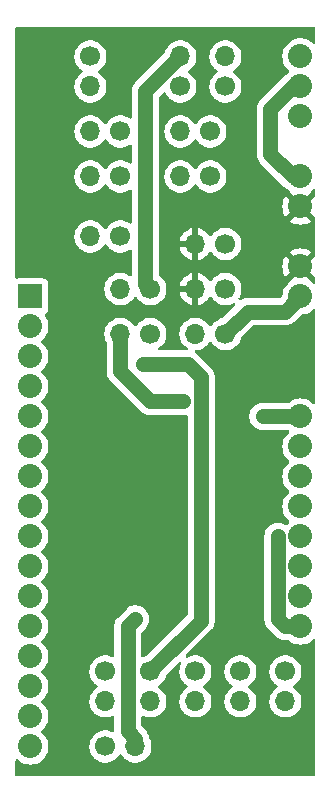
<source format=gbr>
%TF.GenerationSoftware,KiCad,Pcbnew,8.0.7*%
%TF.CreationDate,2025-04-29T18:28:53-03:00*%
%TF.ProjectId,ads_headstage_breadboard_v2,6164735f-6865-4616-9473-746167655f62,rev?*%
%TF.SameCoordinates,Original*%
%TF.FileFunction,Copper,L2,Bot*%
%TF.FilePolarity,Positive*%
%FSLAX46Y46*%
G04 Gerber Fmt 4.6, Leading zero omitted, Abs format (unit mm)*
G04 Created by KiCad (PCBNEW 8.0.7) date 2025-04-29 18:28:53*
%MOMM*%
%LPD*%
G01*
G04 APERTURE LIST*
%TA.AperFunction,ComponentPad*%
%ADD10C,1.700000*%
%TD*%
%TA.AperFunction,ComponentPad*%
%ADD11O,1.700000X1.700000*%
%TD*%
%TA.AperFunction,ComponentPad*%
%ADD12C,2.032000*%
%TD*%
%TA.AperFunction,ComponentPad*%
%ADD13R,2.032000X2.032000*%
%TD*%
%TA.AperFunction,ViaPad*%
%ADD14C,0.965200*%
%TD*%
%TA.AperFunction,Conductor*%
%ADD15C,1.270000*%
%TD*%
G04 APERTURE END LIST*
D10*
%TO.P,C1,1*%
%TO.N,/ADS1298/RLDINV*%
X114300000Y-80010000D03*
D11*
%TO.P,C1,2*%
%TO.N,/RDLout*%
X111760000Y-80010000D03*
%TD*%
D10*
%TO.P,C2,1*%
%TO.N,/AVDD*%
X121920000Y-83820000D03*
D11*
%TO.P,C2,2*%
%TO.N,/AGND*%
X119380000Y-83820000D03*
%TD*%
D10*
%TO.P,C3,1*%
%TO.N,/AGND*%
X123190000Y-76200000D03*
D11*
%TO.P,C3,2*%
%TO.N,/AVSS*%
X123190000Y-73660000D03*
%TD*%
D10*
%TO.P,C4,1*%
%TO.N,/AVDD*%
X121920000Y-80010000D03*
D11*
%TO.P,C4,2*%
%TO.N,/AGND*%
X119380000Y-80010000D03*
%TD*%
D10*
%TO.P,C5,1*%
%TO.N,/AGND*%
X119380000Y-76200000D03*
D11*
%TO.P,C5,2*%
%TO.N,/AVSS*%
X119380000Y-73660000D03*
%TD*%
D10*
%TO.P,C6,1*%
%TO.N,/DVDD*%
X123190000Y-89535000D03*
D11*
%TO.P,C6,2*%
%TO.N,/DGND*%
X120650000Y-89535000D03*
%TD*%
D10*
%TO.P,C7,1*%
%TO.N,/DVDD*%
X123190000Y-93345000D03*
D11*
%TO.P,C7,2*%
%TO.N,/DGND*%
X120650000Y-93345000D03*
%TD*%
D10*
%TO.P,C8,1*%
%TO.N,/AVSS*%
X111760000Y-73660000D03*
D11*
%TO.P,C8,2*%
%TO.N,Net-(ADS1-Pad64)*%
X111760000Y-76200000D03*
%TD*%
D10*
%TO.P,C9,1*%
%TO.N,/ADS1298/RLDREF*%
X116840000Y-125725000D03*
D11*
%TO.P,C9,2*%
%TO.N,Net-(ADS1-Pad25)*%
X116840000Y-128265000D03*
%TD*%
D10*
%TO.P,C10,1*%
%TO.N,Net-(ADS1-Pad25)*%
X113030000Y-132080000D03*
D11*
%TO.P,C10,2*%
%TO.N,/AVSS*%
X115570000Y-132080000D03*
%TD*%
D10*
%TO.P,C11,1*%
%TO.N,/ADS1298/RLDREF*%
X113030000Y-125725000D03*
D11*
%TO.P,C11,2*%
%TO.N,Net-(ADS1-Pad25)*%
X113030000Y-128265000D03*
%TD*%
D10*
%TO.P,C12,1*%
%TO.N,/AVSS*%
X116840000Y-97155000D03*
D11*
%TO.P,C12,2*%
%TO.N,Net-(ADS1-Pad55)*%
X114300000Y-97155000D03*
%TD*%
D10*
%TO.P,C13,1*%
%TO.N,Net-(ADS1-Pad26)*%
X120650000Y-125725000D03*
D11*
%TO.P,C13,2*%
%TO.N,/AVSS*%
X120650000Y-128265000D03*
%TD*%
D10*
%TO.P,C14,1*%
%TO.N,/AVSS*%
X116840000Y-93345000D03*
D11*
%TO.P,C14,2*%
%TO.N,Net-(ADS1-Pad55)*%
X114300000Y-93345000D03*
%TD*%
D10*
%TO.P,C15,1*%
%TO.N,Net-(ADS1-Pad28)*%
X124460000Y-125725000D03*
D11*
%TO.P,C15,2*%
%TO.N,/AVSS*%
X124460000Y-128265000D03*
%TD*%
D10*
%TO.P,C16,1*%
%TO.N,Net-(ADS1-Pad30)*%
X128270000Y-125725000D03*
D11*
%TO.P,C16,2*%
%TO.N,/AVSS*%
X128270000Y-128265000D03*
%TD*%
D10*
%TO.P,CLKSEL,1*%
%TO.N,/DVDD*%
X123190000Y-97155000D03*
D11*
%TO.P,CLKSEL,2*%
%TO.N,/CLKSEL*%
X120650000Y-97155000D03*
%TD*%
D12*
%TO.P,ADGND,1*%
%TO.N,/AGND*%
X129540000Y-83820000D03*
%TO.P,ADGND,2*%
%TO.N,/DGND*%
X129540000Y-86360000D03*
%TD*%
D10*
%TO.P,R1,1*%
%TO.N,/ADS1298/RLDINV*%
X114300000Y-83820000D03*
D11*
%TO.P,R1,2*%
%TO.N,/RDLout*%
X111760000Y-83820000D03*
%TD*%
D10*
%TO.P,R2,1*%
%TO.N,/AGND*%
X114300000Y-88900000D03*
D11*
%TO.P,R2,2*%
%TO.N,/ADS1298/RLDIN*%
X111760000Y-88900000D03*
%TD*%
D12*
%TO.P,APwd1,1*%
%TO.N,/AVDD*%
X129540000Y-78725000D03*
%TO.P,APwd1,2*%
%TO.N,/AGND*%
X129540000Y-76185000D03*
%TO.P,APwd1,3*%
%TO.N,/AVSS*%
X129540000Y-73645000D03*
%TD*%
%TO.P,DPwd1,1*%
%TO.N,/DVDD*%
X129540000Y-93980000D03*
%TO.P,DPwd1,2*%
%TO.N,/DGND*%
X129540000Y-91440000D03*
%TD*%
%TO.P,SPI1,1*%
%TO.N,/~{DRDY}*%
X129540000Y-104140000D03*
%TO.P,SPI1,2*%
%TO.N,/MISO*%
X129540000Y-106680000D03*
%TO.P,SPI1,3*%
%TO.N,/SPI_CLK*%
X129540000Y-109220000D03*
%TO.P,SPI1,4*%
%TO.N,/~{CS}*%
X129540000Y-111760000D03*
%TO.P,SPI1,5*%
%TO.N,/START*%
X129540000Y-114300000D03*
%TO.P,SPI1,6*%
%TO.N,/~{RESET}*%
X129540000Y-116840000D03*
%TO.P,SPI1,7*%
%TO.N,/MOSI*%
X129540000Y-119380000D03*
%TO.P,SPI1,8*%
%TO.N,/CLK*%
X129540000Y-121920000D03*
%TD*%
D13*
%TO.P,J2,1,Pin_1*%
%TO.N,/IN8N*%
X106680000Y-93980000D03*
D12*
%TO.P,J2,2,Pin_2*%
%TO.N,/IN8P*%
X106680000Y-96520000D03*
%TO.P,J2,3,Pin_3*%
%TO.N,/IN7N*%
X106680000Y-99060000D03*
%TO.P,J2,4,Pin_4*%
%TO.N,/IN7P*%
X106680000Y-101600000D03*
%TO.P,J2,5,Pin_5*%
%TO.N,/IN6N*%
X106680000Y-104140000D03*
%TO.P,J2,6,Pin_6*%
%TO.N,/IN6P*%
X106680000Y-106680000D03*
%TO.P,J2,7,Pin_7*%
%TO.N,/IN5N*%
X106680000Y-109220000D03*
%TO.P,J2,8,Pin_8*%
%TO.N,/IN5P*%
X106680000Y-111760000D03*
%TO.P,J2,9,Pin_9*%
%TO.N,/IN4N*%
X106680000Y-114300000D03*
%TO.P,J2,10,Pin_10*%
%TO.N,/IN4P*%
X106680000Y-116840000D03*
%TO.P,J2,11,Pin_11*%
%TO.N,/IN3N*%
X106680000Y-119380000D03*
%TO.P,J2,12,Pin_12*%
%TO.N,/IN3P*%
X106680000Y-121920000D03*
%TO.P,J2,13,Pin_13*%
%TO.N,/IN2N*%
X106680000Y-124460000D03*
%TO.P,J2,14,Pin_14*%
%TO.N,/IN2P*%
X106680000Y-127000000D03*
%TO.P,J2,15,Pin_15*%
%TO.N,/IN1N*%
X106680000Y-129540000D03*
%TO.P,J2,16,Pin_16*%
%TO.N,/IN1P*%
X106680000Y-132080000D03*
%TD*%
D14*
%TO.N,/AVSS*%
X115570000Y-121285000D03*
%TO.N,/ADS1298/RLDREF*%
X116205000Y-99695000D03*
%TO.N,/CLK*%
X127635000Y-114300000D03*
%TO.N,/~{DRDY}*%
X126365000Y-104140000D03*
%TO.N,Net-(ADS1-Pad55)*%
X119634000Y-102870000D03*
%TD*%
D15*
%TO.N,/AVSS*%
X114935000Y-130810000D02*
X114935000Y-121920000D01*
X116840000Y-93345000D02*
X116425000Y-92930000D01*
X116425000Y-92930000D02*
X116425000Y-76615000D01*
X115570000Y-131445000D02*
X114935000Y-130810000D01*
X115570000Y-132080000D02*
X115570000Y-131445000D01*
X116425000Y-76615000D02*
X119380000Y-73660000D01*
X114935000Y-121920000D02*
X115570000Y-121285000D01*
%TO.N,/ADS1298/RLDREF*%
X116840000Y-125725000D02*
X121140500Y-121424500D01*
X121140500Y-100820500D02*
X120015000Y-99695000D01*
X120015000Y-99695000D02*
X116205000Y-99695000D01*
X121140500Y-121424500D02*
X121140500Y-100820500D01*
%TO.N,/DVDD*%
X125090000Y-95255000D02*
X123190000Y-97155000D01*
X128265000Y-95255000D02*
X125090000Y-95255000D01*
X129540000Y-93980000D02*
X128265000Y-95255000D01*
%TO.N,/CLK*%
X127635000Y-121285000D02*
X128270000Y-121920000D01*
X128270000Y-121920000D02*
X129540000Y-121920000D01*
X127635000Y-114300000D02*
X127635000Y-121285000D01*
%TO.N,/~{DRDY}*%
X126365000Y-104140000D02*
X129540000Y-104140000D01*
%TO.N,Net-(ADS1-Pad55)*%
X114300000Y-100330000D02*
X116840000Y-102870000D01*
X116840000Y-102870000D02*
X119634000Y-102870000D01*
X114300000Y-97155000D02*
X114300000Y-100330000D01*
%TO.N,/AGND*%
X128920000Y-76185000D02*
X129540000Y-76185000D01*
X128905000Y-83820000D02*
X127000000Y-81915000D01*
X127000000Y-78105000D02*
X128920000Y-76185000D01*
X127000000Y-81915000D02*
X127000000Y-78105000D01*
%TD*%
%TA.AperFunction,Conductor*%
%TO.N,/DGND*%
G36*
X130752121Y-71150502D02*
G01*
X130798614Y-71204158D01*
X130810000Y-71256500D01*
X130810000Y-72451516D01*
X130789998Y-72519637D01*
X130736342Y-72566130D01*
X130666068Y-72576234D01*
X130602170Y-72547328D01*
X130443319Y-72411658D01*
X130438849Y-72407840D01*
X130234249Y-72282460D01*
X130012553Y-72190631D01*
X130012551Y-72190630D01*
X129852936Y-72152310D01*
X129779222Y-72134613D01*
X129540000Y-72115786D01*
X129300778Y-72134613D01*
X129067448Y-72190630D01*
X128845752Y-72282459D01*
X128641152Y-72407839D01*
X128458682Y-72563682D01*
X128302839Y-72746152D01*
X128177459Y-72950752D01*
X128085630Y-73172448D01*
X128029613Y-73405778D01*
X128010786Y-73645000D01*
X128029613Y-73884221D01*
X128085630Y-74117551D01*
X128085631Y-74117553D01*
X128177460Y-74339249D01*
X128302840Y-74543849D01*
X128458682Y-74726318D01*
X128458685Y-74726321D01*
X128567420Y-74819189D01*
X128606229Y-74878639D01*
X128606737Y-74949634D01*
X128568781Y-75009633D01*
X128567420Y-75010811D01*
X128458683Y-75103679D01*
X128425072Y-75143033D01*
X128386467Y-75173467D01*
X128320672Y-75206992D01*
X128175056Y-75312789D01*
X128175053Y-75312791D01*
X126127794Y-77360050D01*
X126127785Y-77360060D01*
X126126048Y-77362453D01*
X126126043Y-77362460D01*
X126021993Y-77505671D01*
X125940277Y-77666047D01*
X125940277Y-77666048D01*
X125930744Y-77695387D01*
X125930744Y-77695388D01*
X125930743Y-77695387D01*
X125884657Y-77837224D01*
X125874244Y-77902973D01*
X125856500Y-78015006D01*
X125856500Y-82004993D01*
X125884656Y-82182772D01*
X125919753Y-82290786D01*
X125940277Y-82353952D01*
X126013956Y-82498555D01*
X126013957Y-82498557D01*
X126013957Y-82498558D01*
X126021987Y-82514319D01*
X126021990Y-82514323D01*
X126021991Y-82514325D01*
X126127787Y-82659941D01*
X126127788Y-82659942D01*
X126127789Y-82659943D01*
X126127791Y-82659946D01*
X128160054Y-84692208D01*
X128160057Y-84692211D01*
X128305674Y-84798008D01*
X128305673Y-84798008D01*
X128305675Y-84798009D01*
X128398022Y-84845061D01*
X128436630Y-84875498D01*
X128458682Y-84901319D01*
X128608282Y-85029088D01*
X128647091Y-85088538D01*
X128648950Y-85109739D01*
X129481106Y-85941896D01*
X129378234Y-85969461D01*
X129282667Y-86024637D01*
X129204637Y-86102667D01*
X129149461Y-86198234D01*
X129121896Y-86301105D01*
X128295263Y-85474472D01*
X128295261Y-85474472D01*
X128177908Y-85665977D01*
X128086107Y-85887603D01*
X128030108Y-86120856D01*
X128011287Y-86360000D01*
X128030108Y-86599143D01*
X128086107Y-86832396D01*
X128177906Y-87054019D01*
X128295262Y-87245526D01*
X129121895Y-86418892D01*
X129149461Y-86521766D01*
X129204637Y-86617333D01*
X129282667Y-86695363D01*
X129378234Y-86750539D01*
X129481106Y-86778103D01*
X128654472Y-87604736D01*
X128654472Y-87604737D01*
X128845975Y-87722091D01*
X129067603Y-87813892D01*
X129300857Y-87869891D01*
X129300855Y-87869891D01*
X129540000Y-87888712D01*
X129779143Y-87869891D01*
X130012396Y-87813892D01*
X130234024Y-87722091D01*
X130425526Y-87604737D01*
X130425527Y-87604736D01*
X129598894Y-86778103D01*
X129701766Y-86750539D01*
X129797333Y-86695363D01*
X129875363Y-86617333D01*
X129930539Y-86521766D01*
X129958104Y-86418893D01*
X130792276Y-87253065D01*
X130792281Y-87253072D01*
X130801478Y-87262269D01*
X130809504Y-87276967D01*
X130810000Y-87277655D01*
X130810000Y-90524469D01*
X130801478Y-90537730D01*
X129958103Y-91381105D01*
X129930539Y-91278234D01*
X129875363Y-91182667D01*
X129797333Y-91104637D01*
X129701766Y-91049461D01*
X129598893Y-91021896D01*
X130425526Y-90195262D01*
X130425526Y-90195261D01*
X130234019Y-90077906D01*
X130012396Y-89986107D01*
X129779142Y-89930108D01*
X129779144Y-89930108D01*
X129540000Y-89911287D01*
X129300856Y-89930108D01*
X129067603Y-89986107D01*
X128845977Y-90077908D01*
X128654472Y-90195261D01*
X128654472Y-90195263D01*
X129481105Y-91021896D01*
X129378234Y-91049461D01*
X129282667Y-91104637D01*
X129204637Y-91182667D01*
X129149461Y-91278234D01*
X129121896Y-91381105D01*
X128295263Y-90554472D01*
X128295261Y-90554472D01*
X128177908Y-90745977D01*
X128086107Y-90967603D01*
X128030108Y-91200856D01*
X128011287Y-91440000D01*
X128030108Y-91679143D01*
X128086107Y-91912396D01*
X128177906Y-92134019D01*
X128295262Y-92325526D01*
X129121895Y-91498892D01*
X129149461Y-91601766D01*
X129204637Y-91697333D01*
X129282667Y-91775363D01*
X129378234Y-91830539D01*
X129481106Y-91858103D01*
X128646003Y-92693205D01*
X128639721Y-92730293D01*
X128608282Y-92770911D01*
X128458685Y-92898678D01*
X128302839Y-93081152D01*
X128177459Y-93285752D01*
X128085630Y-93507448D01*
X128029613Y-93740778D01*
X128021945Y-93838209D01*
X127996659Y-93904550D01*
X127985429Y-93917417D01*
X127828249Y-94074596D01*
X127765940Y-94108620D01*
X127739156Y-94111500D01*
X125179996Y-94111500D01*
X125000005Y-94111500D01*
X124822230Y-94139656D01*
X124822228Y-94139656D01*
X124822225Y-94139657D01*
X124693027Y-94181636D01*
X124693026Y-94181635D01*
X124651056Y-94195273D01*
X124651053Y-94195274D01*
X124490663Y-94276997D01*
X124490140Y-94277318D01*
X124489914Y-94277378D01*
X124486264Y-94279239D01*
X124485872Y-94278471D01*
X124421602Y-94295842D01*
X124353930Y-94274371D01*
X124308609Y-94219722D01*
X124300028Y-94149246D01*
X124318842Y-94100960D01*
X124388860Y-93993791D01*
X124479296Y-93787616D01*
X124534564Y-93569368D01*
X124553156Y-93345000D01*
X124534564Y-93120632D01*
X124482584Y-92915367D01*
X124479297Y-92902387D01*
X124479296Y-92902386D01*
X124479296Y-92902384D01*
X124388860Y-92696209D01*
X124337411Y-92617460D01*
X124265724Y-92507734D01*
X124265720Y-92507729D01*
X124126932Y-92356967D01*
X124113240Y-92342094D01*
X124113239Y-92342093D01*
X124113237Y-92342091D01*
X124000596Y-92254419D01*
X123935576Y-92203811D01*
X123737574Y-92096658D01*
X123737572Y-92096657D01*
X123737571Y-92096656D01*
X123524639Y-92023557D01*
X123524630Y-92023555D01*
X123447029Y-92010606D01*
X123302569Y-91986500D01*
X123077431Y-91986500D01*
X122932971Y-92010606D01*
X122855369Y-92023555D01*
X122855360Y-92023557D01*
X122642428Y-92096656D01*
X122642426Y-92096658D01*
X122444426Y-92203810D01*
X122444424Y-92203811D01*
X122266762Y-92342091D01*
X122114279Y-92507729D01*
X122025183Y-92644101D01*
X121971179Y-92690189D01*
X121900831Y-92699764D01*
X121836474Y-92669786D01*
X121814217Y-92644100D01*
X121725327Y-92508044D01*
X121572902Y-92342465D01*
X121395301Y-92204232D01*
X121395300Y-92204231D01*
X121197371Y-92097117D01*
X121197369Y-92097116D01*
X120984512Y-92024043D01*
X120984501Y-92024040D01*
X120904000Y-92010606D01*
X120904000Y-93007712D01*
X120811766Y-92954461D01*
X120705176Y-92925900D01*
X120594824Y-92925900D01*
X120488234Y-92954461D01*
X120396000Y-93007712D01*
X120396000Y-92010607D01*
X120395999Y-92010606D01*
X120315498Y-92024040D01*
X120315487Y-92024043D01*
X120102630Y-92097116D01*
X120102628Y-92097117D01*
X119904699Y-92204231D01*
X119904698Y-92204232D01*
X119727097Y-92342465D01*
X119574674Y-92508041D01*
X119451580Y-92696451D01*
X119361179Y-92902543D01*
X119361176Y-92902550D01*
X119313455Y-93090999D01*
X119313456Y-93091000D01*
X120312713Y-93091000D01*
X120259461Y-93183234D01*
X120230900Y-93289824D01*
X120230900Y-93400176D01*
X120259461Y-93506766D01*
X120312713Y-93599000D01*
X119313455Y-93599000D01*
X119361176Y-93787449D01*
X119361179Y-93787456D01*
X119451580Y-93993548D01*
X119574674Y-94181958D01*
X119727097Y-94347534D01*
X119904698Y-94485767D01*
X119904699Y-94485768D01*
X120102628Y-94592882D01*
X120102630Y-94592883D01*
X120315483Y-94665955D01*
X120315492Y-94665957D01*
X120396000Y-94679391D01*
X120396000Y-93682287D01*
X120488234Y-93735539D01*
X120594824Y-93764100D01*
X120705176Y-93764100D01*
X120811766Y-93735539D01*
X120904000Y-93682287D01*
X120904000Y-94679390D01*
X120984507Y-94665957D01*
X120984516Y-94665955D01*
X121197369Y-94592883D01*
X121197371Y-94592882D01*
X121395300Y-94485768D01*
X121395301Y-94485767D01*
X121572902Y-94347534D01*
X121725327Y-94181955D01*
X121814217Y-94045899D01*
X121868220Y-93999810D01*
X121938568Y-93990235D01*
X122002925Y-94020212D01*
X122025183Y-94045898D01*
X122114279Y-94182270D01*
X122266762Y-94347908D01*
X122311575Y-94382787D01*
X122444424Y-94486189D01*
X122642426Y-94593342D01*
X122642427Y-94593342D01*
X122642428Y-94593343D01*
X122673480Y-94604003D01*
X122855365Y-94666444D01*
X123077431Y-94703500D01*
X123077435Y-94703500D01*
X123302565Y-94703500D01*
X123302569Y-94703500D01*
X123524635Y-94666444D01*
X123737574Y-94593342D01*
X123842094Y-94536778D01*
X123911522Y-94521948D01*
X123977949Y-94547008D01*
X124020282Y-94604003D01*
X124025081Y-94674837D01*
X123991157Y-94736687D01*
X122930626Y-95797217D01*
X122868314Y-95831243D01*
X122862279Y-95832402D01*
X122855369Y-95833555D01*
X122855359Y-95833557D01*
X122642428Y-95906656D01*
X122642426Y-95906658D01*
X122444426Y-96013810D01*
X122444424Y-96013811D01*
X122266762Y-96152091D01*
X122114279Y-96317729D01*
X122025483Y-96453643D01*
X121971479Y-96499731D01*
X121901131Y-96509306D01*
X121836774Y-96479329D01*
X121814517Y-96453643D01*
X121725720Y-96317729D01*
X121609570Y-96191559D01*
X121573240Y-96152094D01*
X121573239Y-96152093D01*
X121573237Y-96152091D01*
X121438792Y-96047448D01*
X121395576Y-96013811D01*
X121197574Y-95906658D01*
X121197572Y-95906657D01*
X121197571Y-95906656D01*
X120984639Y-95833557D01*
X120984630Y-95833555D01*
X120937862Y-95825751D01*
X120762569Y-95796500D01*
X120537431Y-95796500D01*
X120389211Y-95821233D01*
X120315369Y-95833555D01*
X120315360Y-95833557D01*
X120102428Y-95906656D01*
X120102426Y-95906658D01*
X119904426Y-96013810D01*
X119904424Y-96013811D01*
X119726762Y-96152091D01*
X119574279Y-96317729D01*
X119574275Y-96317734D01*
X119451141Y-96506206D01*
X119360703Y-96712386D01*
X119360702Y-96712387D01*
X119305437Y-96930624D01*
X119305436Y-96930630D01*
X119305436Y-96930632D01*
X119286844Y-97155000D01*
X119291753Y-97214247D01*
X119305437Y-97379375D01*
X119360702Y-97597612D01*
X119360703Y-97597613D01*
X119360704Y-97597616D01*
X119403581Y-97695367D01*
X119451141Y-97803793D01*
X119574275Y-97992265D01*
X119574279Y-97992270D01*
X119726762Y-98157908D01*
X119730929Y-98161151D01*
X119904424Y-98296189D01*
X119938604Y-98314686D01*
X119988995Y-98364699D01*
X120004347Y-98434016D01*
X119979786Y-98500629D01*
X119923111Y-98543389D01*
X119878635Y-98551500D01*
X117611365Y-98551500D01*
X117543244Y-98531498D01*
X117496751Y-98477842D01*
X117486647Y-98407568D01*
X117516141Y-98342988D01*
X117551396Y-98314686D01*
X117585576Y-98296189D01*
X117763240Y-98157906D01*
X117915722Y-97992268D01*
X118038860Y-97803791D01*
X118129296Y-97597616D01*
X118184564Y-97379368D01*
X118203156Y-97155000D01*
X118184564Y-96930632D01*
X118141157Y-96759221D01*
X118129297Y-96712387D01*
X118129296Y-96712386D01*
X118129296Y-96712384D01*
X118038860Y-96506209D01*
X118032140Y-96495924D01*
X117915724Y-96317734D01*
X117915720Y-96317729D01*
X117799570Y-96191559D01*
X117763240Y-96152094D01*
X117763239Y-96152093D01*
X117763237Y-96152091D01*
X117628792Y-96047448D01*
X117585576Y-96013811D01*
X117387574Y-95906658D01*
X117387572Y-95906657D01*
X117387571Y-95906656D01*
X117174639Y-95833557D01*
X117174630Y-95833555D01*
X117127862Y-95825751D01*
X116952569Y-95796500D01*
X116727431Y-95796500D01*
X116579211Y-95821233D01*
X116505369Y-95833555D01*
X116505360Y-95833557D01*
X116292428Y-95906656D01*
X116292426Y-95906658D01*
X116094426Y-96013810D01*
X116094424Y-96013811D01*
X115916762Y-96152091D01*
X115764279Y-96317729D01*
X115675483Y-96453643D01*
X115621479Y-96499731D01*
X115551131Y-96509306D01*
X115486774Y-96479329D01*
X115464517Y-96453643D01*
X115375720Y-96317729D01*
X115259570Y-96191559D01*
X115223240Y-96152094D01*
X115223239Y-96152093D01*
X115223237Y-96152091D01*
X115088792Y-96047448D01*
X115045576Y-96013811D01*
X114847574Y-95906658D01*
X114847572Y-95906657D01*
X114847571Y-95906656D01*
X114634639Y-95833557D01*
X114634630Y-95833555D01*
X114587862Y-95825751D01*
X114412569Y-95796500D01*
X114187431Y-95796500D01*
X114039211Y-95821233D01*
X113965369Y-95833555D01*
X113965360Y-95833557D01*
X113752428Y-95906656D01*
X113752426Y-95906658D01*
X113554426Y-96013810D01*
X113554424Y-96013811D01*
X113376762Y-96152091D01*
X113224279Y-96317729D01*
X113224275Y-96317734D01*
X113101141Y-96506206D01*
X113010703Y-96712386D01*
X113010702Y-96712387D01*
X112955437Y-96930624D01*
X112955436Y-96930630D01*
X112955436Y-96930632D01*
X112936844Y-97155000D01*
X112941753Y-97214247D01*
X112955437Y-97379375D01*
X113010702Y-97597612D01*
X113010703Y-97597613D01*
X113010704Y-97597616D01*
X113101140Y-97803791D01*
X113135483Y-97856356D01*
X113135983Y-97857121D01*
X113156496Y-97925090D01*
X113156500Y-97926037D01*
X113156500Y-100419993D01*
X113184656Y-100597772D01*
X113209103Y-100673008D01*
X113209103Y-100673009D01*
X113240277Y-100768952D01*
X113312397Y-100910495D01*
X113321991Y-100929325D01*
X113427787Y-101074941D01*
X113427788Y-101074942D01*
X113427789Y-101074943D01*
X113427791Y-101074946D01*
X115967787Y-103614940D01*
X116095060Y-103742213D01*
X116240675Y-103848009D01*
X116401048Y-103929723D01*
X116572224Y-103985341D01*
X116572225Y-103985341D01*
X116572230Y-103985343D01*
X116750004Y-104013500D01*
X116750005Y-104013500D01*
X116750007Y-104013500D01*
X119723991Y-104013500D01*
X119723995Y-104013500D01*
X119851293Y-103993337D01*
X119921699Y-104002436D01*
X119976014Y-104048158D01*
X119996987Y-104115986D01*
X119997000Y-104117786D01*
X119997000Y-120898655D01*
X119976998Y-120966776D01*
X119960095Y-120987750D01*
X116580627Y-124367217D01*
X116518315Y-124401243D01*
X116512278Y-124402402D01*
X116505372Y-124403554D01*
X116505359Y-124403557D01*
X116292428Y-124476656D01*
X116292424Y-124476658D01*
X116264467Y-124491788D01*
X116195037Y-124506617D01*
X116128611Y-124481555D01*
X116086279Y-124424559D01*
X116078500Y-124380973D01*
X116078500Y-122445843D01*
X116098502Y-122377722D01*
X116115400Y-122356752D01*
X116442213Y-122029940D01*
X116548009Y-121884324D01*
X116629724Y-121723951D01*
X116685344Y-121552770D01*
X116713500Y-121374995D01*
X116713500Y-121195004D01*
X116685344Y-121017230D01*
X116629724Y-120846048D01*
X116548009Y-120685675D01*
X116548007Y-120685671D01*
X116492480Y-120609245D01*
X116442213Y-120540059D01*
X116442210Y-120540056D01*
X116442208Y-120540053D01*
X116314946Y-120412791D01*
X116314943Y-120412789D01*
X116314941Y-120412787D01*
X116268816Y-120379275D01*
X116169328Y-120306992D01*
X116086140Y-120264606D01*
X116008952Y-120225276D01*
X116008949Y-120225275D01*
X116008947Y-120225274D01*
X115837773Y-120169657D01*
X115837775Y-120169657D01*
X115837771Y-120169656D01*
X115837770Y-120169656D01*
X115659996Y-120141500D01*
X115480005Y-120141500D01*
X115302230Y-120169656D01*
X115302228Y-120169656D01*
X115302225Y-120169657D01*
X115131053Y-120225274D01*
X115131047Y-120225277D01*
X114970672Y-120306992D01*
X114825059Y-120412787D01*
X114062787Y-121175058D01*
X113956993Y-121320671D01*
X113875276Y-121481049D01*
X113864409Y-121514496D01*
X113819657Y-121652224D01*
X113819656Y-121652229D01*
X113819656Y-121652230D01*
X113791716Y-121828639D01*
X113791549Y-121829694D01*
X113791500Y-121830004D01*
X113791500Y-124380973D01*
X113771498Y-124449094D01*
X113717842Y-124495587D01*
X113647568Y-124505691D01*
X113605533Y-124491788D01*
X113577575Y-124476658D01*
X113577571Y-124476656D01*
X113364639Y-124403557D01*
X113364630Y-124403555D01*
X113314326Y-124395161D01*
X113142569Y-124366500D01*
X112917431Y-124366500D01*
X112769211Y-124391233D01*
X112695369Y-124403555D01*
X112695360Y-124403557D01*
X112482428Y-124476656D01*
X112482426Y-124476658D01*
X112284426Y-124583810D01*
X112284424Y-124583811D01*
X112106762Y-124722091D01*
X111954279Y-124887729D01*
X111954275Y-124887734D01*
X111831141Y-125076206D01*
X111740703Y-125282386D01*
X111740702Y-125282387D01*
X111685437Y-125500624D01*
X111685436Y-125500630D01*
X111685436Y-125500632D01*
X111666844Y-125725000D01*
X111682893Y-125918682D01*
X111685437Y-125949375D01*
X111740702Y-126167612D01*
X111740703Y-126167613D01*
X111831141Y-126373793D01*
X111954275Y-126562265D01*
X111954279Y-126562270D01*
X112106762Y-126727908D01*
X112148993Y-126760778D01*
X112284424Y-126866189D01*
X112317680Y-126884186D01*
X112368071Y-126934200D01*
X112383423Y-127003516D01*
X112358862Y-127070129D01*
X112317680Y-127105813D01*
X112284426Y-127123810D01*
X112284424Y-127123811D01*
X112106762Y-127262091D01*
X111954279Y-127427729D01*
X111954275Y-127427734D01*
X111831141Y-127616206D01*
X111740703Y-127822386D01*
X111740702Y-127822387D01*
X111685437Y-128040624D01*
X111685436Y-128040630D01*
X111685436Y-128040632D01*
X111666844Y-128265000D01*
X111682893Y-128458682D01*
X111685437Y-128489375D01*
X111740702Y-128707612D01*
X111740703Y-128707613D01*
X111831141Y-128913793D01*
X111954275Y-129102265D01*
X111954279Y-129102270D01*
X112106762Y-129267908D01*
X112148993Y-129300778D01*
X112284424Y-129406189D01*
X112482426Y-129513342D01*
X112482427Y-129513342D01*
X112482428Y-129513343D01*
X112560078Y-129540000D01*
X112695365Y-129586444D01*
X112917431Y-129623500D01*
X112917435Y-129623500D01*
X113142565Y-129623500D01*
X113142569Y-129623500D01*
X113364635Y-129586444D01*
X113577574Y-129513342D01*
X113605530Y-129498212D01*
X113674960Y-129483382D01*
X113741387Y-129508442D01*
X113783720Y-129565437D01*
X113791500Y-129609026D01*
X113791500Y-130735973D01*
X113771498Y-130804094D01*
X113717842Y-130850587D01*
X113647568Y-130860691D01*
X113605533Y-130846788D01*
X113577575Y-130831658D01*
X113577571Y-130831656D01*
X113364639Y-130758557D01*
X113364630Y-130758555D01*
X113320476Y-130751187D01*
X113142569Y-130721500D01*
X112917431Y-130721500D01*
X112769211Y-130746233D01*
X112695369Y-130758555D01*
X112695360Y-130758557D01*
X112482428Y-130831656D01*
X112482426Y-130831658D01*
X112284426Y-130938810D01*
X112284424Y-130938811D01*
X112106762Y-131077091D01*
X111954279Y-131242729D01*
X111954275Y-131242734D01*
X111831141Y-131431206D01*
X111740703Y-131637386D01*
X111740702Y-131637387D01*
X111685437Y-131855624D01*
X111685436Y-131855630D01*
X111685436Y-131855632D01*
X111666844Y-132080000D01*
X111683389Y-132279667D01*
X111685437Y-132304375D01*
X111740702Y-132522612D01*
X111740703Y-132522613D01*
X111740704Y-132522616D01*
X111760000Y-132566606D01*
X111831141Y-132728793D01*
X111954275Y-132917265D01*
X111954279Y-132917270D01*
X112106762Y-133082908D01*
X112161331Y-133125381D01*
X112284424Y-133221189D01*
X112482426Y-133328342D01*
X112482427Y-133328342D01*
X112482428Y-133328343D01*
X112594227Y-133366723D01*
X112695365Y-133401444D01*
X112917431Y-133438500D01*
X112917435Y-133438500D01*
X113142565Y-133438500D01*
X113142569Y-133438500D01*
X113364635Y-133401444D01*
X113577574Y-133328342D01*
X113775576Y-133221189D01*
X113953240Y-133082906D01*
X114105722Y-132917268D01*
X114194518Y-132781354D01*
X114248520Y-132735268D01*
X114318868Y-132725692D01*
X114383225Y-132755669D01*
X114405480Y-132781353D01*
X114438607Y-132832058D01*
X114494275Y-132917265D01*
X114494279Y-132917270D01*
X114646762Y-133082908D01*
X114701331Y-133125381D01*
X114824424Y-133221189D01*
X115022426Y-133328342D01*
X115022427Y-133328342D01*
X115022428Y-133328343D01*
X115134227Y-133366723D01*
X115235365Y-133401444D01*
X115457431Y-133438500D01*
X115457435Y-133438500D01*
X115682565Y-133438500D01*
X115682569Y-133438500D01*
X115904635Y-133401444D01*
X116117574Y-133328342D01*
X116315576Y-133221189D01*
X116493240Y-133082906D01*
X116645722Y-132917268D01*
X116768860Y-132728791D01*
X116859296Y-132522616D01*
X116914564Y-132304368D01*
X116933156Y-132080000D01*
X116914564Y-131855632D01*
X116859296Y-131637384D01*
X116768860Y-131431209D01*
X116726461Y-131366314D01*
X116707498Y-131317115D01*
X116685344Y-131177230D01*
X116629724Y-131006049D01*
X116575686Y-130899995D01*
X116548009Y-130845675D01*
X116545949Y-130842840D01*
X116442212Y-130700059D01*
X116314940Y-130572787D01*
X116115404Y-130373250D01*
X116081379Y-130310938D01*
X116078500Y-130284155D01*
X116078500Y-129609026D01*
X116098502Y-129540905D01*
X116152158Y-129494412D01*
X116222432Y-129484308D01*
X116264470Y-129498213D01*
X116292422Y-129513340D01*
X116292428Y-129513343D01*
X116370078Y-129540000D01*
X116505365Y-129586444D01*
X116727431Y-129623500D01*
X116727435Y-129623500D01*
X116952565Y-129623500D01*
X116952569Y-129623500D01*
X117174635Y-129586444D01*
X117387574Y-129513342D01*
X117585576Y-129406189D01*
X117763240Y-129267906D01*
X117915722Y-129102268D01*
X118038860Y-128913791D01*
X118129296Y-128707616D01*
X118184564Y-128489368D01*
X118203156Y-128265000D01*
X118184564Y-128040632D01*
X118129296Y-127822384D01*
X118038860Y-127616209D01*
X117945004Y-127472551D01*
X117915724Y-127427734D01*
X117915720Y-127427729D01*
X117763237Y-127262091D01*
X117681382Y-127198381D01*
X117585576Y-127123811D01*
X117552319Y-127105813D01*
X117501929Y-127055802D01*
X117486576Y-126986485D01*
X117511136Y-126919872D01*
X117552320Y-126884186D01*
X117585576Y-126866189D01*
X117763240Y-126727906D01*
X117915722Y-126562268D01*
X118038860Y-126373791D01*
X118129296Y-126167616D01*
X118159695Y-126047569D01*
X118192742Y-125989410D01*
X119247444Y-124934708D01*
X119309754Y-124900684D01*
X119380569Y-124905749D01*
X119437405Y-124948296D01*
X119462216Y-125014816D01*
X119451925Y-125074418D01*
X119360703Y-125282385D01*
X119360702Y-125282387D01*
X119305437Y-125500624D01*
X119305436Y-125500630D01*
X119305436Y-125500632D01*
X119286844Y-125725000D01*
X119302893Y-125918682D01*
X119305437Y-125949375D01*
X119360702Y-126167612D01*
X119360703Y-126167613D01*
X119451141Y-126373793D01*
X119574275Y-126562265D01*
X119574279Y-126562270D01*
X119726762Y-126727908D01*
X119768993Y-126760778D01*
X119904424Y-126866189D01*
X119937680Y-126884186D01*
X119988071Y-126934200D01*
X120003423Y-127003516D01*
X119978862Y-127070129D01*
X119937680Y-127105813D01*
X119904426Y-127123810D01*
X119904424Y-127123811D01*
X119726762Y-127262091D01*
X119574279Y-127427729D01*
X119574275Y-127427734D01*
X119451141Y-127616206D01*
X119360703Y-127822386D01*
X119360702Y-127822387D01*
X119305437Y-128040624D01*
X119305436Y-128040630D01*
X119305436Y-128040632D01*
X119286844Y-128265000D01*
X119302893Y-128458682D01*
X119305437Y-128489375D01*
X119360702Y-128707612D01*
X119360703Y-128707613D01*
X119451141Y-128913793D01*
X119574275Y-129102265D01*
X119574279Y-129102270D01*
X119726762Y-129267908D01*
X119768993Y-129300778D01*
X119904424Y-129406189D01*
X120102426Y-129513342D01*
X120102427Y-129513342D01*
X120102428Y-129513343D01*
X120180078Y-129540000D01*
X120315365Y-129586444D01*
X120537431Y-129623500D01*
X120537435Y-129623500D01*
X120762565Y-129623500D01*
X120762569Y-129623500D01*
X120984635Y-129586444D01*
X121197574Y-129513342D01*
X121395576Y-129406189D01*
X121573240Y-129267906D01*
X121725722Y-129102268D01*
X121848860Y-128913791D01*
X121939296Y-128707616D01*
X121994564Y-128489368D01*
X122013156Y-128265000D01*
X121994564Y-128040632D01*
X121939296Y-127822384D01*
X121848860Y-127616209D01*
X121755004Y-127472551D01*
X121725724Y-127427734D01*
X121725720Y-127427729D01*
X121573237Y-127262091D01*
X121491382Y-127198381D01*
X121395576Y-127123811D01*
X121362319Y-127105813D01*
X121311929Y-127055802D01*
X121296576Y-126986485D01*
X121321136Y-126919872D01*
X121362320Y-126884186D01*
X121395576Y-126866189D01*
X121573240Y-126727906D01*
X121725722Y-126562268D01*
X121848860Y-126373791D01*
X121939296Y-126167616D01*
X121994564Y-125949368D01*
X122013156Y-125725000D01*
X123096844Y-125725000D01*
X123112893Y-125918682D01*
X123115437Y-125949375D01*
X123170702Y-126167612D01*
X123170703Y-126167613D01*
X123261141Y-126373793D01*
X123384275Y-126562265D01*
X123384279Y-126562270D01*
X123536762Y-126727908D01*
X123578993Y-126760778D01*
X123714424Y-126866189D01*
X123747680Y-126884186D01*
X123798071Y-126934200D01*
X123813423Y-127003516D01*
X123788862Y-127070129D01*
X123747680Y-127105813D01*
X123714426Y-127123810D01*
X123714424Y-127123811D01*
X123536762Y-127262091D01*
X123384279Y-127427729D01*
X123384275Y-127427734D01*
X123261141Y-127616206D01*
X123170703Y-127822386D01*
X123170702Y-127822387D01*
X123115437Y-128040624D01*
X123115436Y-128040630D01*
X123115436Y-128040632D01*
X123096844Y-128265000D01*
X123112893Y-128458682D01*
X123115437Y-128489375D01*
X123170702Y-128707612D01*
X123170703Y-128707613D01*
X123261141Y-128913793D01*
X123384275Y-129102265D01*
X123384279Y-129102270D01*
X123536762Y-129267908D01*
X123578993Y-129300778D01*
X123714424Y-129406189D01*
X123912426Y-129513342D01*
X123912427Y-129513342D01*
X123912428Y-129513343D01*
X123990078Y-129540000D01*
X124125365Y-129586444D01*
X124347431Y-129623500D01*
X124347435Y-129623500D01*
X124572565Y-129623500D01*
X124572569Y-129623500D01*
X124794635Y-129586444D01*
X125007574Y-129513342D01*
X125205576Y-129406189D01*
X125383240Y-129267906D01*
X125535722Y-129102268D01*
X125658860Y-128913791D01*
X125749296Y-128707616D01*
X125804564Y-128489368D01*
X125823156Y-128265000D01*
X125804564Y-128040632D01*
X125749296Y-127822384D01*
X125658860Y-127616209D01*
X125565004Y-127472551D01*
X125535724Y-127427734D01*
X125535720Y-127427729D01*
X125383237Y-127262091D01*
X125301382Y-127198381D01*
X125205576Y-127123811D01*
X125172319Y-127105813D01*
X125121929Y-127055802D01*
X125106576Y-126986485D01*
X125131136Y-126919872D01*
X125172320Y-126884186D01*
X125205576Y-126866189D01*
X125383240Y-126727906D01*
X125535722Y-126562268D01*
X125658860Y-126373791D01*
X125749296Y-126167616D01*
X125804564Y-125949368D01*
X125823156Y-125725000D01*
X126906844Y-125725000D01*
X126922893Y-125918682D01*
X126925437Y-125949375D01*
X126980702Y-126167612D01*
X126980703Y-126167613D01*
X127071141Y-126373793D01*
X127194275Y-126562265D01*
X127194279Y-126562270D01*
X127346762Y-126727908D01*
X127388993Y-126760778D01*
X127524424Y-126866189D01*
X127557680Y-126884186D01*
X127608071Y-126934200D01*
X127623423Y-127003516D01*
X127598862Y-127070129D01*
X127557680Y-127105813D01*
X127524426Y-127123810D01*
X127524424Y-127123811D01*
X127346762Y-127262091D01*
X127194279Y-127427729D01*
X127194275Y-127427734D01*
X127071141Y-127616206D01*
X126980703Y-127822386D01*
X126980702Y-127822387D01*
X126925437Y-128040624D01*
X126925436Y-128040630D01*
X126925436Y-128040632D01*
X126906844Y-128265000D01*
X126922893Y-128458682D01*
X126925437Y-128489375D01*
X126980702Y-128707612D01*
X126980703Y-128707613D01*
X127071141Y-128913793D01*
X127194275Y-129102265D01*
X127194279Y-129102270D01*
X127346762Y-129267908D01*
X127388993Y-129300778D01*
X127524424Y-129406189D01*
X127722426Y-129513342D01*
X127722427Y-129513342D01*
X127722428Y-129513343D01*
X127800078Y-129540000D01*
X127935365Y-129586444D01*
X128157431Y-129623500D01*
X128157435Y-129623500D01*
X128382565Y-129623500D01*
X128382569Y-129623500D01*
X128604635Y-129586444D01*
X128817574Y-129513342D01*
X129015576Y-129406189D01*
X129193240Y-129267906D01*
X129345722Y-129102268D01*
X129468860Y-128913791D01*
X129559296Y-128707616D01*
X129614564Y-128489368D01*
X129633156Y-128265000D01*
X129614564Y-128040632D01*
X129559296Y-127822384D01*
X129468860Y-127616209D01*
X129375004Y-127472551D01*
X129345724Y-127427734D01*
X129345720Y-127427729D01*
X129193237Y-127262091D01*
X129111382Y-127198381D01*
X129015576Y-127123811D01*
X128982319Y-127105813D01*
X128931929Y-127055802D01*
X128916576Y-126986485D01*
X128941136Y-126919872D01*
X128982320Y-126884186D01*
X129015576Y-126866189D01*
X129193240Y-126727906D01*
X129345722Y-126562268D01*
X129468860Y-126373791D01*
X129559296Y-126167616D01*
X129614564Y-125949368D01*
X129633156Y-125725000D01*
X129614564Y-125500632D01*
X129559296Y-125282384D01*
X129468860Y-125076209D01*
X129428750Y-125014816D01*
X129345724Y-124887734D01*
X129345720Y-124887729D01*
X129193237Y-124722091D01*
X129111382Y-124658381D01*
X129015576Y-124583811D01*
X128817574Y-124476658D01*
X128817572Y-124476657D01*
X128817571Y-124476656D01*
X128604639Y-124403557D01*
X128604630Y-124403555D01*
X128554326Y-124395161D01*
X128382569Y-124366500D01*
X128157431Y-124366500D01*
X128009211Y-124391233D01*
X127935369Y-124403555D01*
X127935360Y-124403557D01*
X127722428Y-124476656D01*
X127722426Y-124476658D01*
X127524426Y-124583810D01*
X127524424Y-124583811D01*
X127346762Y-124722091D01*
X127194279Y-124887729D01*
X127194275Y-124887734D01*
X127071141Y-125076206D01*
X126980703Y-125282386D01*
X126980702Y-125282387D01*
X126925437Y-125500624D01*
X126925436Y-125500630D01*
X126925436Y-125500632D01*
X126906844Y-125725000D01*
X125823156Y-125725000D01*
X125804564Y-125500632D01*
X125749296Y-125282384D01*
X125658860Y-125076209D01*
X125618750Y-125014816D01*
X125535724Y-124887734D01*
X125535720Y-124887729D01*
X125383237Y-124722091D01*
X125301382Y-124658381D01*
X125205576Y-124583811D01*
X125007574Y-124476658D01*
X125007572Y-124476657D01*
X125007571Y-124476656D01*
X124794639Y-124403557D01*
X124794630Y-124403555D01*
X124744326Y-124395161D01*
X124572569Y-124366500D01*
X124347431Y-124366500D01*
X124199211Y-124391233D01*
X124125369Y-124403555D01*
X124125360Y-124403557D01*
X123912428Y-124476656D01*
X123912426Y-124476658D01*
X123714426Y-124583810D01*
X123714424Y-124583811D01*
X123536762Y-124722091D01*
X123384279Y-124887729D01*
X123384275Y-124887734D01*
X123261141Y-125076206D01*
X123170703Y-125282386D01*
X123170702Y-125282387D01*
X123115437Y-125500624D01*
X123115436Y-125500630D01*
X123115436Y-125500632D01*
X123096844Y-125725000D01*
X122013156Y-125725000D01*
X121994564Y-125500632D01*
X121939296Y-125282384D01*
X121848860Y-125076209D01*
X121808750Y-125014816D01*
X121725724Y-124887734D01*
X121725720Y-124887729D01*
X121573237Y-124722091D01*
X121491382Y-124658381D01*
X121395576Y-124583811D01*
X121197574Y-124476658D01*
X121197572Y-124476657D01*
X121197571Y-124476656D01*
X120984639Y-124403557D01*
X120984630Y-124403555D01*
X120934326Y-124395161D01*
X120762569Y-124366500D01*
X120537431Y-124366500D01*
X120389211Y-124391233D01*
X120315369Y-124403555D01*
X120315360Y-124403557D01*
X120102428Y-124476656D01*
X120102420Y-124476660D01*
X119997902Y-124533222D01*
X119928472Y-124548052D01*
X119862046Y-124522991D01*
X119819713Y-124465996D01*
X119814915Y-124395161D01*
X119848837Y-124333315D01*
X122012712Y-122169441D01*
X122021596Y-122157213D01*
X122118509Y-122023825D01*
X122200223Y-121863452D01*
X122255843Y-121692270D01*
X122284000Y-121514495D01*
X122284000Y-100730505D01*
X122274893Y-100673009D01*
X122255843Y-100552730D01*
X122200223Y-100381548D01*
X122157225Y-100297160D01*
X122118509Y-100221175D01*
X122012713Y-100075560D01*
X121885440Y-99948287D01*
X120759941Y-98822787D01*
X120647971Y-98741436D01*
X120604617Y-98685214D01*
X120598542Y-98614477D01*
X120631674Y-98551686D01*
X120693494Y-98516774D01*
X120722032Y-98513500D01*
X120762565Y-98513500D01*
X120762569Y-98513500D01*
X120984635Y-98476444D01*
X121197574Y-98403342D01*
X121395576Y-98296189D01*
X121573240Y-98157906D01*
X121725722Y-97992268D01*
X121814518Y-97856354D01*
X121868520Y-97810268D01*
X121938868Y-97800692D01*
X122003225Y-97830669D01*
X122025480Y-97856353D01*
X122058607Y-97907058D01*
X122114275Y-97992265D01*
X122114279Y-97992270D01*
X122266762Y-98157908D01*
X122270929Y-98161151D01*
X122444424Y-98296189D01*
X122642426Y-98403342D01*
X122642427Y-98403342D01*
X122642428Y-98403343D01*
X122731776Y-98434016D01*
X122855365Y-98476444D01*
X123077431Y-98513500D01*
X123077435Y-98513500D01*
X123302565Y-98513500D01*
X123302569Y-98513500D01*
X123524635Y-98476444D01*
X123737574Y-98403342D01*
X123935576Y-98296189D01*
X124113240Y-98157906D01*
X124265722Y-97992268D01*
X124388860Y-97803791D01*
X124479296Y-97597616D01*
X124509695Y-97477569D01*
X124542742Y-97419410D01*
X125526748Y-96435405D01*
X125589060Y-96401379D01*
X125615843Y-96398500D01*
X128354994Y-96398500D01*
X128354996Y-96398500D01*
X128532770Y-96370344D01*
X128661971Y-96328363D01*
X128703952Y-96314723D01*
X128864325Y-96233009D01*
X128941427Y-96176991D01*
X129009941Y-96127213D01*
X129602581Y-95534570D01*
X129664894Y-95500546D01*
X129681788Y-95498054D01*
X129779222Y-95490387D01*
X130012553Y-95434369D01*
X130234249Y-95342540D01*
X130438849Y-95217160D01*
X130602170Y-95077672D01*
X130666960Y-95048641D01*
X130737160Y-95059246D01*
X130790482Y-95106121D01*
X130810000Y-95173483D01*
X130810000Y-102946516D01*
X130789998Y-103014637D01*
X130736342Y-103061130D01*
X130666068Y-103071234D01*
X130602170Y-103042328D01*
X130547156Y-102995342D01*
X130438849Y-102902840D01*
X130234249Y-102777460D01*
X130012553Y-102685631D01*
X130012551Y-102685630D01*
X129852936Y-102647310D01*
X129779222Y-102629613D01*
X129540000Y-102610786D01*
X129300778Y-102629613D01*
X129067448Y-102685630D01*
X128845752Y-102777459D01*
X128641146Y-102902842D01*
X128641142Y-102902846D01*
X128566834Y-102966311D01*
X128502044Y-102995342D01*
X128485004Y-102996500D01*
X126275005Y-102996500D01*
X126097230Y-103024657D01*
X126097224Y-103024658D01*
X125926052Y-103080275D01*
X125926046Y-103080278D01*
X125765671Y-103161993D01*
X125620057Y-103267788D01*
X125492788Y-103395057D01*
X125386993Y-103540671D01*
X125305278Y-103701046D01*
X125305275Y-103701052D01*
X125249658Y-103872224D01*
X125249657Y-103872229D01*
X125249657Y-103872230D01*
X125221500Y-104050005D01*
X125221500Y-104229995D01*
X125249657Y-104407770D01*
X125249658Y-104407775D01*
X125305275Y-104578947D01*
X125305277Y-104578952D01*
X125305278Y-104578953D01*
X125386993Y-104739328D01*
X125492788Y-104884942D01*
X125620057Y-105012211D01*
X125620060Y-105012213D01*
X125765675Y-105118009D01*
X125926048Y-105199723D01*
X126097224Y-105255341D01*
X126097225Y-105255341D01*
X126097230Y-105255343D01*
X126275005Y-105283500D01*
X128485004Y-105283500D01*
X128553125Y-105303502D01*
X128566788Y-105313649D01*
X128567374Y-105314149D01*
X128606212Y-105373581D01*
X128606753Y-105444575D01*
X128568826Y-105504593D01*
X128567420Y-105505811D01*
X128458685Y-105598678D01*
X128302839Y-105781152D01*
X128177459Y-105985752D01*
X128085630Y-106207448D01*
X128029613Y-106440778D01*
X128010786Y-106680000D01*
X128029613Y-106919221D01*
X128085630Y-107152551D01*
X128085631Y-107152553D01*
X128177460Y-107374249D01*
X128302840Y-107578849D01*
X128458682Y-107761318D01*
X128458685Y-107761321D01*
X128567420Y-107854189D01*
X128606229Y-107913639D01*
X128606737Y-107984634D01*
X128568781Y-108044633D01*
X128567420Y-108045811D01*
X128458685Y-108138678D01*
X128302839Y-108321152D01*
X128177459Y-108525752D01*
X128085630Y-108747448D01*
X128029613Y-108980778D01*
X128010786Y-109220000D01*
X128029613Y-109459221D01*
X128085630Y-109692551D01*
X128085631Y-109692553D01*
X128177460Y-109914249D01*
X128302840Y-110118849D01*
X128458682Y-110301318D01*
X128458685Y-110301321D01*
X128567420Y-110394189D01*
X128606229Y-110453639D01*
X128606737Y-110524634D01*
X128568781Y-110584633D01*
X128567420Y-110585811D01*
X128458685Y-110678678D01*
X128302839Y-110861152D01*
X128177459Y-111065752D01*
X128085630Y-111287448D01*
X128029613Y-111520778D01*
X128010786Y-111760000D01*
X128029613Y-111999221D01*
X128085630Y-112232551D01*
X128085631Y-112232553D01*
X128177460Y-112454249D01*
X128302840Y-112658849D01*
X128458682Y-112841318D01*
X128458685Y-112841321D01*
X128567420Y-112934189D01*
X128606229Y-112993639D01*
X128606737Y-113064634D01*
X128568781Y-113124633D01*
X128567420Y-113125811D01*
X128458684Y-113218679D01*
X128393570Y-113294918D01*
X128334119Y-113333727D01*
X128263124Y-113334233D01*
X128239037Y-113323647D01*
X128238736Y-113324239D01*
X128234327Y-113321992D01*
X128234325Y-113321991D01*
X128073952Y-113240277D01*
X128073949Y-113240276D01*
X128073947Y-113240275D01*
X127902773Y-113184658D01*
X127902777Y-113184658D01*
X127869677Y-113179415D01*
X127724995Y-113156500D01*
X127545005Y-113156500D01*
X127367230Y-113184657D01*
X127367224Y-113184658D01*
X127196052Y-113240275D01*
X127196046Y-113240278D01*
X127035671Y-113321993D01*
X126890057Y-113427788D01*
X126762788Y-113555057D01*
X126656993Y-113700671D01*
X126575278Y-113861046D01*
X126575275Y-113861052D01*
X126519658Y-114032224D01*
X126519657Y-114032229D01*
X126519657Y-114032230D01*
X126515136Y-114060778D01*
X126491500Y-114210008D01*
X126491500Y-121374993D01*
X126519656Y-121552772D01*
X126551063Y-121649429D01*
X126575277Y-121723953D01*
X126593853Y-121760411D01*
X126593854Y-121760411D01*
X126656991Y-121884325D01*
X126762787Y-122029941D01*
X127397787Y-122664940D01*
X127525060Y-122792213D01*
X127670675Y-122898009D01*
X127735004Y-122930786D01*
X127831049Y-122979724D01*
X128002230Y-123035344D01*
X128180005Y-123063500D01*
X128485004Y-123063500D01*
X128553125Y-123083502D01*
X128566834Y-123093689D01*
X128641142Y-123157153D01*
X128641146Y-123157157D01*
X128641151Y-123157160D01*
X128845751Y-123282540D01*
X129067447Y-123374369D01*
X129300778Y-123430387D01*
X129540000Y-123449214D01*
X129779222Y-123430387D01*
X130012553Y-123374369D01*
X130234249Y-123282540D01*
X130438849Y-123157160D01*
X130602170Y-123017672D01*
X130666960Y-122988641D01*
X130737160Y-122999246D01*
X130790482Y-123046121D01*
X130810000Y-123113483D01*
X130810000Y-134483500D01*
X130789998Y-134551621D01*
X130736342Y-134598114D01*
X130684000Y-134609500D01*
X105536000Y-134609500D01*
X105467879Y-134589498D01*
X105421386Y-134535842D01*
X105410000Y-134483500D01*
X105410000Y-133273483D01*
X105430002Y-133205362D01*
X105483658Y-133158869D01*
X105553932Y-133148765D01*
X105617830Y-133177672D01*
X105781151Y-133317160D01*
X105985751Y-133442540D01*
X106207447Y-133534369D01*
X106440778Y-133590387D01*
X106680000Y-133609214D01*
X106919222Y-133590387D01*
X107152553Y-133534369D01*
X107374249Y-133442540D01*
X107578849Y-133317160D01*
X107761318Y-133161318D01*
X107917160Y-132978849D01*
X108042540Y-132774249D01*
X108134369Y-132552553D01*
X108190387Y-132319222D01*
X108209214Y-132080000D01*
X108190387Y-131840778D01*
X108134369Y-131607447D01*
X108042540Y-131385751D01*
X107917160Y-131181151D01*
X107761318Y-130998682D01*
X107761315Y-130998680D01*
X107761314Y-130998678D01*
X107652580Y-130905811D01*
X107613771Y-130846361D01*
X107613263Y-130775366D01*
X107651219Y-130715367D01*
X107652580Y-130714189D01*
X107761314Y-130621321D01*
X107761318Y-130621318D01*
X107917160Y-130438849D01*
X108042540Y-130234249D01*
X108134369Y-130012553D01*
X108190387Y-129779222D01*
X108209214Y-129540000D01*
X108190387Y-129300778D01*
X108134369Y-129067447D01*
X108042540Y-128845751D01*
X107917160Y-128641151D01*
X107761318Y-128458682D01*
X107761315Y-128458680D01*
X107761314Y-128458678D01*
X107652580Y-128365811D01*
X107613771Y-128306361D01*
X107613263Y-128235366D01*
X107651219Y-128175367D01*
X107652580Y-128174189D01*
X107761314Y-128081321D01*
X107761318Y-128081318D01*
X107917160Y-127898849D01*
X108042540Y-127694249D01*
X108134369Y-127472553D01*
X108190387Y-127239222D01*
X108209214Y-127000000D01*
X108190387Y-126760778D01*
X108134369Y-126527447D01*
X108042540Y-126305751D01*
X107917160Y-126101151D01*
X107761318Y-125918682D01*
X107761315Y-125918680D01*
X107761314Y-125918678D01*
X107652580Y-125825811D01*
X107613771Y-125766361D01*
X107613263Y-125695366D01*
X107651219Y-125635367D01*
X107652580Y-125634189D01*
X107761314Y-125541321D01*
X107761318Y-125541318D01*
X107917160Y-125358849D01*
X108042540Y-125154249D01*
X108134369Y-124932553D01*
X108190387Y-124699222D01*
X108209214Y-124460000D01*
X108190387Y-124220778D01*
X108134369Y-123987447D01*
X108042540Y-123765751D01*
X107917160Y-123561151D01*
X107761318Y-123378682D01*
X107761315Y-123378680D01*
X107761314Y-123378678D01*
X107652580Y-123285811D01*
X107613771Y-123226361D01*
X107613263Y-123155366D01*
X107651219Y-123095367D01*
X107652580Y-123094189D01*
X107761314Y-123001321D01*
X107761318Y-123001318D01*
X107917160Y-122818849D01*
X108042540Y-122614249D01*
X108134369Y-122392553D01*
X108190387Y-122159222D01*
X108209214Y-121920000D01*
X108190387Y-121680778D01*
X108134369Y-121447447D01*
X108042540Y-121225751D01*
X107917160Y-121021151D01*
X107761318Y-120838682D01*
X107761315Y-120838680D01*
X107761314Y-120838678D01*
X107652580Y-120745811D01*
X107613771Y-120686361D01*
X107613263Y-120615366D01*
X107651219Y-120555367D01*
X107652580Y-120554189D01*
X107761314Y-120461321D01*
X107761318Y-120461318D01*
X107917160Y-120278849D01*
X108042540Y-120074249D01*
X108134369Y-119852553D01*
X108190387Y-119619222D01*
X108209214Y-119380000D01*
X108190387Y-119140778D01*
X108134369Y-118907447D01*
X108042540Y-118685751D01*
X107917160Y-118481151D01*
X107761318Y-118298682D01*
X107761315Y-118298680D01*
X107761314Y-118298678D01*
X107652580Y-118205811D01*
X107613771Y-118146361D01*
X107613263Y-118075366D01*
X107651219Y-118015367D01*
X107652580Y-118014189D01*
X107761314Y-117921321D01*
X107761318Y-117921318D01*
X107917160Y-117738849D01*
X108042540Y-117534249D01*
X108134369Y-117312553D01*
X108190387Y-117079222D01*
X108209214Y-116840000D01*
X108190387Y-116600778D01*
X108134369Y-116367447D01*
X108042540Y-116145751D01*
X107917160Y-115941151D01*
X107761318Y-115758682D01*
X107761315Y-115758680D01*
X107761314Y-115758678D01*
X107652580Y-115665811D01*
X107613771Y-115606361D01*
X107613263Y-115535366D01*
X107651219Y-115475367D01*
X107652580Y-115474189D01*
X107761314Y-115381321D01*
X107761318Y-115381318D01*
X107917160Y-115198849D01*
X108042540Y-114994249D01*
X108134369Y-114772553D01*
X108190387Y-114539222D01*
X108209214Y-114300000D01*
X108190387Y-114060778D01*
X108134369Y-113827447D01*
X108042540Y-113605751D01*
X107917160Y-113401151D01*
X107761318Y-113218682D01*
X107761315Y-113218680D01*
X107761314Y-113218678D01*
X107652580Y-113125811D01*
X107613771Y-113066361D01*
X107613263Y-112995366D01*
X107651219Y-112935367D01*
X107652580Y-112934189D01*
X107761314Y-112841321D01*
X107761318Y-112841318D01*
X107917160Y-112658849D01*
X108042540Y-112454249D01*
X108134369Y-112232553D01*
X108190387Y-111999222D01*
X108209214Y-111760000D01*
X108190387Y-111520778D01*
X108134369Y-111287447D01*
X108042540Y-111065751D01*
X107917160Y-110861151D01*
X107761318Y-110678682D01*
X107761315Y-110678680D01*
X107761314Y-110678678D01*
X107652580Y-110585811D01*
X107613771Y-110526361D01*
X107613263Y-110455366D01*
X107651219Y-110395367D01*
X107652580Y-110394189D01*
X107761314Y-110301321D01*
X107761318Y-110301318D01*
X107917160Y-110118849D01*
X108042540Y-109914249D01*
X108134369Y-109692553D01*
X108190387Y-109459222D01*
X108209214Y-109220000D01*
X108190387Y-108980778D01*
X108134369Y-108747447D01*
X108042540Y-108525751D01*
X107917160Y-108321151D01*
X107761318Y-108138682D01*
X107761315Y-108138680D01*
X107761314Y-108138678D01*
X107652580Y-108045811D01*
X107613771Y-107986361D01*
X107613263Y-107915366D01*
X107651219Y-107855367D01*
X107652580Y-107854189D01*
X107761314Y-107761321D01*
X107761318Y-107761318D01*
X107917160Y-107578849D01*
X108042540Y-107374249D01*
X108134369Y-107152553D01*
X108190387Y-106919222D01*
X108209214Y-106680000D01*
X108190387Y-106440778D01*
X108134369Y-106207447D01*
X108042540Y-105985751D01*
X107917160Y-105781151D01*
X107761318Y-105598682D01*
X107761315Y-105598680D01*
X107761314Y-105598678D01*
X107652580Y-105505811D01*
X107613771Y-105446361D01*
X107613263Y-105375366D01*
X107651219Y-105315367D01*
X107652580Y-105314189D01*
X107761314Y-105221321D01*
X107761318Y-105221318D01*
X107917160Y-105038849D01*
X108042540Y-104834249D01*
X108134369Y-104612553D01*
X108190387Y-104379222D01*
X108209214Y-104140000D01*
X108190387Y-103900778D01*
X108134369Y-103667447D01*
X108042540Y-103445751D01*
X107917160Y-103241151D01*
X107761318Y-103058682D01*
X107761315Y-103058680D01*
X107761314Y-103058678D01*
X107652580Y-102965811D01*
X107613771Y-102906361D01*
X107613263Y-102835366D01*
X107651219Y-102775367D01*
X107652580Y-102774189D01*
X107761314Y-102681321D01*
X107761318Y-102681318D01*
X107917160Y-102498849D01*
X108042540Y-102294249D01*
X108134369Y-102072553D01*
X108190387Y-101839222D01*
X108209214Y-101600000D01*
X108190387Y-101360778D01*
X108134369Y-101127447D01*
X108042540Y-100905751D01*
X107917160Y-100701151D01*
X107761318Y-100518682D01*
X107761315Y-100518680D01*
X107761314Y-100518678D01*
X107652580Y-100425811D01*
X107613771Y-100366361D01*
X107613263Y-100295366D01*
X107651219Y-100235367D01*
X107652580Y-100234189D01*
X107761314Y-100141321D01*
X107761318Y-100141318D01*
X107917160Y-99958849D01*
X108042540Y-99754249D01*
X108134369Y-99532553D01*
X108190387Y-99299222D01*
X108209214Y-99060000D01*
X108190387Y-98820778D01*
X108134369Y-98587447D01*
X108042540Y-98365751D01*
X107917160Y-98161151D01*
X107761318Y-97978682D01*
X107761315Y-97978680D01*
X107761314Y-97978678D01*
X107652580Y-97885811D01*
X107613771Y-97826361D01*
X107613263Y-97755366D01*
X107651219Y-97695367D01*
X107652580Y-97694189D01*
X107761314Y-97601321D01*
X107761318Y-97601318D01*
X107917160Y-97418849D01*
X108042540Y-97214249D01*
X108134369Y-96992553D01*
X108190387Y-96759222D01*
X108209214Y-96520000D01*
X108190387Y-96280778D01*
X108134369Y-96047447D01*
X108042540Y-95825751D01*
X107917160Y-95621151D01*
X107917153Y-95621143D01*
X107916992Y-95620921D01*
X107916954Y-95620816D01*
X107914573Y-95616930D01*
X107915389Y-95616429D01*
X107893128Y-95554055D01*
X107909203Y-95484902D01*
X107943410Y-95445985D01*
X108059261Y-95359261D01*
X108146889Y-95242204D01*
X108197989Y-95105201D01*
X108204500Y-95044638D01*
X108204500Y-92915362D01*
X108204499Y-92915350D01*
X108197990Y-92854803D01*
X108197988Y-92854795D01*
X108146889Y-92717797D01*
X108146887Y-92717792D01*
X108059261Y-92600738D01*
X107942207Y-92513112D01*
X107942202Y-92513110D01*
X107805204Y-92462011D01*
X107805196Y-92462009D01*
X107744649Y-92455500D01*
X107744638Y-92455500D01*
X105615362Y-92455500D01*
X105615357Y-92455500D01*
X105615347Y-92455501D01*
X105549467Y-92462583D01*
X105479599Y-92449977D01*
X105427637Y-92401597D01*
X105410000Y-92337305D01*
X105410000Y-80010000D01*
X110396844Y-80010000D01*
X110415437Y-80234375D01*
X110470702Y-80452612D01*
X110470703Y-80452613D01*
X110561141Y-80658793D01*
X110684275Y-80847265D01*
X110684279Y-80847270D01*
X110836762Y-81012908D01*
X110891331Y-81055381D01*
X111014424Y-81151189D01*
X111212426Y-81258342D01*
X111212427Y-81258342D01*
X111212428Y-81258343D01*
X111324227Y-81296723D01*
X111425365Y-81331444D01*
X111647431Y-81368500D01*
X111647435Y-81368500D01*
X111872565Y-81368500D01*
X111872569Y-81368500D01*
X112094635Y-81331444D01*
X112307574Y-81258342D01*
X112505576Y-81151189D01*
X112683240Y-81012906D01*
X112835722Y-80847268D01*
X112924518Y-80711354D01*
X112978520Y-80665268D01*
X113048868Y-80655692D01*
X113113225Y-80685669D01*
X113135480Y-80711353D01*
X113168607Y-80762058D01*
X113224275Y-80847265D01*
X113224279Y-80847270D01*
X113376762Y-81012908D01*
X113431331Y-81055381D01*
X113554424Y-81151189D01*
X113752426Y-81258342D01*
X113752427Y-81258342D01*
X113752428Y-81258343D01*
X113864227Y-81296723D01*
X113965365Y-81331444D01*
X114187431Y-81368500D01*
X114187435Y-81368500D01*
X114412565Y-81368500D01*
X114412569Y-81368500D01*
X114634635Y-81331444D01*
X114847574Y-81258342D01*
X115045576Y-81151189D01*
X115078109Y-81125867D01*
X115144149Y-81099810D01*
X115213795Y-81113594D01*
X115264932Y-81162844D01*
X115281500Y-81225298D01*
X115281500Y-82604701D01*
X115261498Y-82672822D01*
X115207842Y-82719315D01*
X115137568Y-82729419D01*
X115078109Y-82704133D01*
X115045576Y-82678811D01*
X114847574Y-82571658D01*
X114847572Y-82571657D01*
X114847571Y-82571656D01*
X114634639Y-82498557D01*
X114634630Y-82498555D01*
X114590476Y-82491187D01*
X114412569Y-82461500D01*
X114187431Y-82461500D01*
X114039211Y-82486233D01*
X113965369Y-82498555D01*
X113965360Y-82498557D01*
X113752428Y-82571656D01*
X113752426Y-82571658D01*
X113554426Y-82678810D01*
X113554424Y-82678811D01*
X113376762Y-82817091D01*
X113224279Y-82982729D01*
X113135483Y-83118643D01*
X113081479Y-83164731D01*
X113011131Y-83174306D01*
X112946774Y-83144329D01*
X112924517Y-83118643D01*
X112835720Y-82982729D01*
X112683237Y-82817091D01*
X112598624Y-82751234D01*
X112505576Y-82678811D01*
X112307574Y-82571658D01*
X112307572Y-82571657D01*
X112307571Y-82571656D01*
X112094639Y-82498557D01*
X112094630Y-82498555D01*
X112050476Y-82491187D01*
X111872569Y-82461500D01*
X111647431Y-82461500D01*
X111499211Y-82486233D01*
X111425369Y-82498555D01*
X111425360Y-82498557D01*
X111212428Y-82571656D01*
X111212426Y-82571658D01*
X111014426Y-82678810D01*
X111014424Y-82678811D01*
X110836762Y-82817091D01*
X110684279Y-82982729D01*
X110684275Y-82982734D01*
X110561141Y-83171206D01*
X110470703Y-83377386D01*
X110470702Y-83377387D01*
X110415437Y-83595624D01*
X110415436Y-83595630D01*
X110415436Y-83595632D01*
X110396844Y-83820000D01*
X110413389Y-84019667D01*
X110415437Y-84044375D01*
X110470702Y-84262612D01*
X110470703Y-84262613D01*
X110470704Y-84262616D01*
X110490000Y-84306606D01*
X110561141Y-84468793D01*
X110684275Y-84657265D01*
X110684279Y-84657270D01*
X110836762Y-84822908D01*
X110865222Y-84845059D01*
X111014424Y-84961189D01*
X111212426Y-85068342D01*
X111212427Y-85068342D01*
X111212428Y-85068343D01*
X111271255Y-85088538D01*
X111425365Y-85141444D01*
X111647431Y-85178500D01*
X111647435Y-85178500D01*
X111872565Y-85178500D01*
X111872569Y-85178500D01*
X112094635Y-85141444D01*
X112307574Y-85068342D01*
X112505576Y-84961189D01*
X112683240Y-84822906D01*
X112835722Y-84657268D01*
X112924518Y-84521354D01*
X112978520Y-84475268D01*
X113048868Y-84465692D01*
X113113225Y-84495669D01*
X113135480Y-84521353D01*
X113168607Y-84572058D01*
X113224275Y-84657265D01*
X113224279Y-84657270D01*
X113376762Y-84822908D01*
X113405222Y-84845059D01*
X113554424Y-84961189D01*
X113752426Y-85068342D01*
X113752427Y-85068342D01*
X113752428Y-85068343D01*
X113811255Y-85088538D01*
X113965365Y-85141444D01*
X114187431Y-85178500D01*
X114187435Y-85178500D01*
X114412565Y-85178500D01*
X114412569Y-85178500D01*
X114634635Y-85141444D01*
X114847574Y-85068342D01*
X115045576Y-84961189D01*
X115078109Y-84935867D01*
X115144149Y-84909810D01*
X115213795Y-84923594D01*
X115264932Y-84972844D01*
X115281500Y-85035298D01*
X115281500Y-87684701D01*
X115261498Y-87752822D01*
X115207842Y-87799315D01*
X115137568Y-87809419D01*
X115078109Y-87784133D01*
X115045576Y-87758811D01*
X114847574Y-87651658D01*
X114847572Y-87651657D01*
X114847571Y-87651656D01*
X114634639Y-87578557D01*
X114634630Y-87578555D01*
X114590476Y-87571187D01*
X114412569Y-87541500D01*
X114187431Y-87541500D01*
X114039211Y-87566233D01*
X113965369Y-87578555D01*
X113965360Y-87578557D01*
X113752428Y-87651656D01*
X113752426Y-87651658D01*
X113554426Y-87758810D01*
X113554424Y-87758811D01*
X113376762Y-87897091D01*
X113224279Y-88062729D01*
X113135483Y-88198643D01*
X113081479Y-88244731D01*
X113011131Y-88254306D01*
X112946774Y-88224329D01*
X112924517Y-88198643D01*
X112835720Y-88062729D01*
X112683237Y-87897091D01*
X112570596Y-87809419D01*
X112505576Y-87758811D01*
X112307574Y-87651658D01*
X112307572Y-87651657D01*
X112307571Y-87651656D01*
X112094639Y-87578557D01*
X112094630Y-87578555D01*
X112050476Y-87571187D01*
X111872569Y-87541500D01*
X111647431Y-87541500D01*
X111499211Y-87566233D01*
X111425369Y-87578555D01*
X111425360Y-87578557D01*
X111212428Y-87651656D01*
X111212426Y-87651658D01*
X111014426Y-87758810D01*
X111014424Y-87758811D01*
X110836762Y-87897091D01*
X110684279Y-88062729D01*
X110684275Y-88062734D01*
X110561141Y-88251206D01*
X110470703Y-88457386D01*
X110470702Y-88457387D01*
X110415437Y-88675624D01*
X110415436Y-88675630D01*
X110415436Y-88675632D01*
X110396844Y-88900000D01*
X110414734Y-89115900D01*
X110415437Y-89124375D01*
X110470702Y-89342612D01*
X110470703Y-89342613D01*
X110561141Y-89548793D01*
X110684275Y-89737265D01*
X110684279Y-89737270D01*
X110836762Y-89902908D01*
X110871709Y-89930108D01*
X111014424Y-90041189D01*
X111212426Y-90148342D01*
X111212427Y-90148342D01*
X111212428Y-90148343D01*
X111305327Y-90180235D01*
X111425365Y-90221444D01*
X111647431Y-90258500D01*
X111647435Y-90258500D01*
X111872565Y-90258500D01*
X111872569Y-90258500D01*
X112094635Y-90221444D01*
X112307574Y-90148342D01*
X112505576Y-90041189D01*
X112683240Y-89902906D01*
X112835722Y-89737268D01*
X112924518Y-89601354D01*
X112978520Y-89555268D01*
X113048868Y-89545692D01*
X113113225Y-89575669D01*
X113135480Y-89601353D01*
X113168607Y-89652058D01*
X113224275Y-89737265D01*
X113224279Y-89737270D01*
X113376762Y-89902908D01*
X113411709Y-89930108D01*
X113554424Y-90041189D01*
X113752426Y-90148342D01*
X113752427Y-90148342D01*
X113752428Y-90148343D01*
X113845327Y-90180235D01*
X113965365Y-90221444D01*
X114187431Y-90258500D01*
X114187435Y-90258500D01*
X114412565Y-90258500D01*
X114412569Y-90258500D01*
X114634635Y-90221444D01*
X114847574Y-90148342D01*
X115045576Y-90041189D01*
X115078109Y-90015867D01*
X115144149Y-89989810D01*
X115213795Y-90003594D01*
X115264932Y-90052844D01*
X115281500Y-90115298D01*
X115281500Y-92129701D01*
X115261498Y-92197822D01*
X115207842Y-92244315D01*
X115137568Y-92254419D01*
X115078109Y-92229133D01*
X115077107Y-92228353D01*
X115045576Y-92203811D01*
X114847574Y-92096658D01*
X114847572Y-92096657D01*
X114847571Y-92096656D01*
X114634639Y-92023557D01*
X114634630Y-92023555D01*
X114557029Y-92010606D01*
X114412569Y-91986500D01*
X114187431Y-91986500D01*
X114042971Y-92010606D01*
X113965369Y-92023555D01*
X113965360Y-92023557D01*
X113752428Y-92096656D01*
X113752426Y-92096658D01*
X113554426Y-92203810D01*
X113554424Y-92203811D01*
X113376762Y-92342091D01*
X113224279Y-92507729D01*
X113224275Y-92507734D01*
X113101141Y-92696206D01*
X113010703Y-92902386D01*
X113010702Y-92902387D01*
X112955437Y-93120624D01*
X112936844Y-93345000D01*
X112955437Y-93569375D01*
X113010702Y-93787612D01*
X113010703Y-93787613D01*
X113010704Y-93787616D01*
X113101140Y-93993790D01*
X113101141Y-93993793D01*
X113224275Y-94182265D01*
X113224279Y-94182270D01*
X113376762Y-94347908D01*
X113421575Y-94382787D01*
X113554424Y-94486189D01*
X113752426Y-94593342D01*
X113752427Y-94593342D01*
X113752428Y-94593343D01*
X113783480Y-94604003D01*
X113965365Y-94666444D01*
X114187431Y-94703500D01*
X114187435Y-94703500D01*
X114412565Y-94703500D01*
X114412569Y-94703500D01*
X114634635Y-94666444D01*
X114847574Y-94593342D01*
X115045576Y-94486189D01*
X115223240Y-94347906D01*
X115375722Y-94182268D01*
X115375927Y-94181955D01*
X115421957Y-94111500D01*
X115464518Y-94046354D01*
X115518520Y-94000268D01*
X115588868Y-93990692D01*
X115653225Y-94020669D01*
X115675480Y-94046353D01*
X115693932Y-94074595D01*
X115764275Y-94182265D01*
X115764279Y-94182270D01*
X115916762Y-94347908D01*
X115961575Y-94382787D01*
X116094424Y-94486189D01*
X116292426Y-94593342D01*
X116292427Y-94593342D01*
X116292428Y-94593343D01*
X116323480Y-94604003D01*
X116505365Y-94666444D01*
X116727431Y-94703500D01*
X116727435Y-94703500D01*
X116952565Y-94703500D01*
X116952569Y-94703500D01*
X117174635Y-94666444D01*
X117387574Y-94593342D01*
X117585576Y-94486189D01*
X117763240Y-94347906D01*
X117915722Y-94182268D01*
X117915927Y-94181955D01*
X117961957Y-94111500D01*
X118038860Y-93993791D01*
X118129296Y-93787616D01*
X118184564Y-93569368D01*
X118203156Y-93345000D01*
X118184564Y-93120632D01*
X118132584Y-92915367D01*
X118129297Y-92902387D01*
X118129296Y-92902386D01*
X118129296Y-92902384D01*
X118038860Y-92696209D01*
X117987411Y-92617460D01*
X117915724Y-92507734D01*
X117915720Y-92507729D01*
X117777565Y-92357655D01*
X117763240Y-92342094D01*
X117763238Y-92342092D01*
X117763233Y-92342087D01*
X117617109Y-92228353D01*
X117575638Y-92170728D01*
X117568500Y-92128922D01*
X117568500Y-89280999D01*
X119313455Y-89280999D01*
X119313456Y-89281000D01*
X120312713Y-89281000D01*
X120259461Y-89373234D01*
X120230900Y-89479824D01*
X120230900Y-89590176D01*
X120259461Y-89696766D01*
X120312713Y-89789000D01*
X119313455Y-89789000D01*
X119361176Y-89977449D01*
X119361179Y-89977456D01*
X119451580Y-90183548D01*
X119574674Y-90371958D01*
X119727097Y-90537534D01*
X119904698Y-90675767D01*
X119904699Y-90675768D01*
X120102628Y-90782882D01*
X120102630Y-90782883D01*
X120315483Y-90855955D01*
X120315492Y-90855957D01*
X120396000Y-90869391D01*
X120396000Y-89872287D01*
X120488234Y-89925539D01*
X120594824Y-89954100D01*
X120705176Y-89954100D01*
X120811766Y-89925539D01*
X120904000Y-89872287D01*
X120904000Y-90869390D01*
X120984507Y-90855957D01*
X120984516Y-90855955D01*
X121197369Y-90782883D01*
X121197371Y-90782882D01*
X121395300Y-90675768D01*
X121395301Y-90675767D01*
X121572902Y-90537534D01*
X121725327Y-90371955D01*
X121814217Y-90235899D01*
X121868220Y-90189810D01*
X121938568Y-90180235D01*
X122002925Y-90210212D01*
X122025183Y-90235898D01*
X122114279Y-90372270D01*
X122266762Y-90537908D01*
X122321331Y-90580381D01*
X122444424Y-90676189D01*
X122642426Y-90783342D01*
X122642427Y-90783342D01*
X122642428Y-90783343D01*
X122754227Y-90821723D01*
X122855365Y-90856444D01*
X123077431Y-90893500D01*
X123077435Y-90893500D01*
X123302565Y-90893500D01*
X123302569Y-90893500D01*
X123524635Y-90856444D01*
X123737574Y-90783342D01*
X123935576Y-90676189D01*
X124113240Y-90537906D01*
X124265722Y-90372268D01*
X124265927Y-90371955D01*
X124354816Y-90235899D01*
X124388860Y-90183791D01*
X124479296Y-89977616D01*
X124534564Y-89759368D01*
X124553156Y-89535000D01*
X124534564Y-89310632D01*
X124487397Y-89124375D01*
X124479297Y-89092387D01*
X124479296Y-89092386D01*
X124479296Y-89092384D01*
X124388860Y-88886209D01*
X124354816Y-88834100D01*
X124265724Y-88697734D01*
X124265720Y-88697729D01*
X124149570Y-88571559D01*
X124113240Y-88532094D01*
X124113239Y-88532093D01*
X124113237Y-88532091D01*
X124031382Y-88468381D01*
X123935576Y-88393811D01*
X123737574Y-88286658D01*
X123737572Y-88286657D01*
X123737571Y-88286656D01*
X123524639Y-88213557D01*
X123524630Y-88213555D01*
X123447029Y-88200606D01*
X123302569Y-88176500D01*
X123077431Y-88176500D01*
X122932971Y-88200606D01*
X122855369Y-88213555D01*
X122855360Y-88213557D01*
X122642428Y-88286656D01*
X122642426Y-88286658D01*
X122444426Y-88393810D01*
X122444424Y-88393811D01*
X122266762Y-88532091D01*
X122114279Y-88697729D01*
X122025183Y-88834101D01*
X121971179Y-88880189D01*
X121900831Y-88889764D01*
X121836474Y-88859786D01*
X121814217Y-88834100D01*
X121725327Y-88698044D01*
X121572902Y-88532465D01*
X121395301Y-88394232D01*
X121395300Y-88394231D01*
X121197371Y-88287117D01*
X121197369Y-88287116D01*
X120984512Y-88214043D01*
X120984501Y-88214040D01*
X120904000Y-88200606D01*
X120904000Y-89197712D01*
X120811766Y-89144461D01*
X120705176Y-89115900D01*
X120594824Y-89115900D01*
X120488234Y-89144461D01*
X120396000Y-89197712D01*
X120396000Y-88200607D01*
X120395999Y-88200606D01*
X120315498Y-88214040D01*
X120315487Y-88214043D01*
X120102630Y-88287116D01*
X120102628Y-88287117D01*
X119904699Y-88394231D01*
X119904698Y-88394232D01*
X119727097Y-88532465D01*
X119574674Y-88698041D01*
X119451580Y-88886451D01*
X119361179Y-89092543D01*
X119361176Y-89092550D01*
X119313455Y-89280999D01*
X117568500Y-89280999D01*
X117568500Y-83820000D01*
X118016844Y-83820000D01*
X118033389Y-84019667D01*
X118035437Y-84044375D01*
X118090702Y-84262612D01*
X118090703Y-84262613D01*
X118090704Y-84262616D01*
X118110000Y-84306606D01*
X118181141Y-84468793D01*
X118304275Y-84657265D01*
X118304279Y-84657270D01*
X118456762Y-84822908D01*
X118485222Y-84845059D01*
X118634424Y-84961189D01*
X118832426Y-85068342D01*
X118832427Y-85068342D01*
X118832428Y-85068343D01*
X118891255Y-85088538D01*
X119045365Y-85141444D01*
X119267431Y-85178500D01*
X119267435Y-85178500D01*
X119492565Y-85178500D01*
X119492569Y-85178500D01*
X119714635Y-85141444D01*
X119927574Y-85068342D01*
X120125576Y-84961189D01*
X120303240Y-84822906D01*
X120455722Y-84657268D01*
X120544518Y-84521354D01*
X120598520Y-84475268D01*
X120668868Y-84465692D01*
X120733225Y-84495669D01*
X120755480Y-84521353D01*
X120788607Y-84572058D01*
X120844275Y-84657265D01*
X120844279Y-84657270D01*
X120996762Y-84822908D01*
X121025222Y-84845059D01*
X121174424Y-84961189D01*
X121372426Y-85068342D01*
X121372427Y-85068342D01*
X121372428Y-85068343D01*
X121431255Y-85088538D01*
X121585365Y-85141444D01*
X121807431Y-85178500D01*
X121807435Y-85178500D01*
X122032565Y-85178500D01*
X122032569Y-85178500D01*
X122254635Y-85141444D01*
X122467574Y-85068342D01*
X122665576Y-84961189D01*
X122843240Y-84822906D01*
X122995722Y-84657268D01*
X123118860Y-84468791D01*
X123209296Y-84262616D01*
X123264564Y-84044368D01*
X123283156Y-83820000D01*
X123264564Y-83595632D01*
X123209296Y-83377384D01*
X123118860Y-83171209D01*
X123112140Y-83160924D01*
X122995724Y-82982734D01*
X122995720Y-82982729D01*
X122843237Y-82817091D01*
X122758624Y-82751234D01*
X122665576Y-82678811D01*
X122467574Y-82571658D01*
X122467572Y-82571657D01*
X122467571Y-82571656D01*
X122254639Y-82498557D01*
X122254630Y-82498555D01*
X122210476Y-82491187D01*
X122032569Y-82461500D01*
X121807431Y-82461500D01*
X121659211Y-82486233D01*
X121585369Y-82498555D01*
X121585360Y-82498557D01*
X121372428Y-82571656D01*
X121372426Y-82571658D01*
X121174426Y-82678810D01*
X121174424Y-82678811D01*
X120996762Y-82817091D01*
X120844279Y-82982729D01*
X120755483Y-83118643D01*
X120701479Y-83164731D01*
X120631131Y-83174306D01*
X120566774Y-83144329D01*
X120544517Y-83118643D01*
X120455720Y-82982729D01*
X120303237Y-82817091D01*
X120218624Y-82751234D01*
X120125576Y-82678811D01*
X119927574Y-82571658D01*
X119927572Y-82571657D01*
X119927571Y-82571656D01*
X119714639Y-82498557D01*
X119714630Y-82498555D01*
X119670476Y-82491187D01*
X119492569Y-82461500D01*
X119267431Y-82461500D01*
X119119211Y-82486233D01*
X119045369Y-82498555D01*
X119045360Y-82498557D01*
X118832428Y-82571656D01*
X118832426Y-82571658D01*
X118634426Y-82678810D01*
X118634424Y-82678811D01*
X118456762Y-82817091D01*
X118304279Y-82982729D01*
X118304275Y-82982734D01*
X118181141Y-83171206D01*
X118090703Y-83377386D01*
X118090702Y-83377387D01*
X118035437Y-83595624D01*
X118035436Y-83595630D01*
X118035436Y-83595632D01*
X118016844Y-83820000D01*
X117568500Y-83820000D01*
X117568500Y-80010000D01*
X118016844Y-80010000D01*
X118035437Y-80234375D01*
X118090702Y-80452612D01*
X118090703Y-80452613D01*
X118181141Y-80658793D01*
X118304275Y-80847265D01*
X118304279Y-80847270D01*
X118456762Y-81012908D01*
X118511331Y-81055381D01*
X118634424Y-81151189D01*
X118832426Y-81258342D01*
X118832427Y-81258342D01*
X118832428Y-81258343D01*
X118944227Y-81296723D01*
X119045365Y-81331444D01*
X119267431Y-81368500D01*
X119267435Y-81368500D01*
X119492565Y-81368500D01*
X119492569Y-81368500D01*
X119714635Y-81331444D01*
X119927574Y-81258342D01*
X120125576Y-81151189D01*
X120303240Y-81012906D01*
X120455722Y-80847268D01*
X120544518Y-80711354D01*
X120598520Y-80665268D01*
X120668868Y-80655692D01*
X120733225Y-80685669D01*
X120755480Y-80711353D01*
X120788607Y-80762058D01*
X120844275Y-80847265D01*
X120844279Y-80847270D01*
X120996762Y-81012908D01*
X121051331Y-81055381D01*
X121174424Y-81151189D01*
X121372426Y-81258342D01*
X121372427Y-81258342D01*
X121372428Y-81258343D01*
X121484227Y-81296723D01*
X121585365Y-81331444D01*
X121807431Y-81368500D01*
X121807435Y-81368500D01*
X122032565Y-81368500D01*
X122032569Y-81368500D01*
X122254635Y-81331444D01*
X122467574Y-81258342D01*
X122665576Y-81151189D01*
X122843240Y-81012906D01*
X122995722Y-80847268D01*
X123118860Y-80658791D01*
X123209296Y-80452616D01*
X123264564Y-80234368D01*
X123283156Y-80010000D01*
X123264564Y-79785632D01*
X123209296Y-79567384D01*
X123118860Y-79361209D01*
X123103214Y-79337261D01*
X122995724Y-79172734D01*
X122995720Y-79172729D01*
X122843237Y-79007091D01*
X122730596Y-78919419D01*
X122665576Y-78868811D01*
X122467574Y-78761658D01*
X122467572Y-78761657D01*
X122467571Y-78761656D01*
X122254639Y-78688557D01*
X122254630Y-78688555D01*
X122210476Y-78681187D01*
X122032569Y-78651500D01*
X121807431Y-78651500D01*
X121659211Y-78676233D01*
X121585369Y-78688555D01*
X121585360Y-78688557D01*
X121372428Y-78761656D01*
X121372426Y-78761658D01*
X121174426Y-78868810D01*
X121174424Y-78868811D01*
X120996762Y-79007091D01*
X120844279Y-79172729D01*
X120755483Y-79308643D01*
X120701479Y-79354731D01*
X120631131Y-79364306D01*
X120566774Y-79334329D01*
X120544517Y-79308643D01*
X120455720Y-79172729D01*
X120303237Y-79007091D01*
X120190596Y-78919419D01*
X120125576Y-78868811D01*
X119927574Y-78761658D01*
X119927572Y-78761657D01*
X119927571Y-78761656D01*
X119714639Y-78688557D01*
X119714630Y-78688555D01*
X119670476Y-78681187D01*
X119492569Y-78651500D01*
X119267431Y-78651500D01*
X119119211Y-78676233D01*
X119045369Y-78688555D01*
X119045360Y-78688557D01*
X118832428Y-78761656D01*
X118832426Y-78761658D01*
X118634426Y-78868810D01*
X118634424Y-78868811D01*
X118456762Y-79007091D01*
X118304279Y-79172729D01*
X118304275Y-79172734D01*
X118181141Y-79361206D01*
X118090703Y-79567386D01*
X118090702Y-79567387D01*
X118035437Y-79785624D01*
X118035436Y-79785630D01*
X118035436Y-79785632D01*
X118020808Y-79962158D01*
X118016844Y-80010000D01*
X117568500Y-80010000D01*
X117568500Y-77140844D01*
X117588502Y-77072723D01*
X117605400Y-77051753D01*
X117937078Y-76720074D01*
X117999389Y-76686051D01*
X118070204Y-76691115D01*
X118127040Y-76733662D01*
X118141559Y-76758557D01*
X118181139Y-76848790D01*
X118304275Y-77037265D01*
X118304279Y-77037270D01*
X118456762Y-77202908D01*
X118511331Y-77245381D01*
X118634424Y-77341189D01*
X118832426Y-77448342D01*
X118832427Y-77448342D01*
X118832428Y-77448343D01*
X118944227Y-77486723D01*
X119045365Y-77521444D01*
X119267431Y-77558500D01*
X119267435Y-77558500D01*
X119492565Y-77558500D01*
X119492569Y-77558500D01*
X119714635Y-77521444D01*
X119927574Y-77448342D01*
X120125576Y-77341189D01*
X120303240Y-77202906D01*
X120455722Y-77037268D01*
X120578860Y-76848791D01*
X120669296Y-76642616D01*
X120724564Y-76424368D01*
X120743156Y-76200000D01*
X120724564Y-75975632D01*
X120697829Y-75870059D01*
X120669297Y-75757387D01*
X120669296Y-75757386D01*
X120669296Y-75757384D01*
X120578860Y-75551209D01*
X120539361Y-75490751D01*
X120455724Y-75362734D01*
X120455720Y-75362729D01*
X120303237Y-75197091D01*
X120221382Y-75133381D01*
X120125576Y-75058811D01*
X120092319Y-75040813D01*
X120041929Y-74990802D01*
X120026576Y-74921485D01*
X120051136Y-74854872D01*
X120092320Y-74819186D01*
X120125576Y-74801189D01*
X120303240Y-74662906D01*
X120455722Y-74497268D01*
X120578860Y-74308791D01*
X120669296Y-74102616D01*
X120724564Y-73884368D01*
X120743156Y-73660000D01*
X121826844Y-73660000D01*
X121842146Y-73844667D01*
X121845437Y-73884375D01*
X121900702Y-74102612D01*
X121900703Y-74102613D01*
X121991141Y-74308793D01*
X122114275Y-74497265D01*
X122114279Y-74497270D01*
X122266762Y-74662908D01*
X122321331Y-74705381D01*
X122444424Y-74801189D01*
X122477680Y-74819186D01*
X122528071Y-74869200D01*
X122543423Y-74938516D01*
X122518862Y-75005129D01*
X122477680Y-75040813D01*
X122444426Y-75058810D01*
X122444424Y-75058811D01*
X122266762Y-75197091D01*
X122114279Y-75362729D01*
X122114275Y-75362734D01*
X121991141Y-75551206D01*
X121900703Y-75757386D01*
X121900702Y-75757387D01*
X121845437Y-75975624D01*
X121845436Y-75975630D01*
X121845436Y-75975632D01*
X121826844Y-76200000D01*
X121842146Y-76384667D01*
X121845437Y-76424375D01*
X121900702Y-76642612D01*
X121900703Y-76642613D01*
X121900704Y-76642616D01*
X121934681Y-76720076D01*
X121991141Y-76848793D01*
X122114275Y-77037265D01*
X122114279Y-77037270D01*
X122266762Y-77202908D01*
X122321331Y-77245381D01*
X122444424Y-77341189D01*
X122642426Y-77448342D01*
X122642427Y-77448342D01*
X122642428Y-77448343D01*
X122754227Y-77486723D01*
X122855365Y-77521444D01*
X123077431Y-77558500D01*
X123077435Y-77558500D01*
X123302565Y-77558500D01*
X123302569Y-77558500D01*
X123524635Y-77521444D01*
X123737574Y-77448342D01*
X123935576Y-77341189D01*
X124113240Y-77202906D01*
X124265722Y-77037268D01*
X124388860Y-76848791D01*
X124479296Y-76642616D01*
X124534564Y-76424368D01*
X124553156Y-76200000D01*
X124534564Y-75975632D01*
X124507829Y-75870059D01*
X124479297Y-75757387D01*
X124479296Y-75757386D01*
X124479296Y-75757384D01*
X124388860Y-75551209D01*
X124349361Y-75490751D01*
X124265724Y-75362734D01*
X124265720Y-75362729D01*
X124113237Y-75197091D01*
X124031382Y-75133381D01*
X123935576Y-75058811D01*
X123902319Y-75040813D01*
X123851929Y-74990802D01*
X123836576Y-74921485D01*
X123861136Y-74854872D01*
X123902320Y-74819186D01*
X123935576Y-74801189D01*
X124113240Y-74662906D01*
X124265722Y-74497268D01*
X124388860Y-74308791D01*
X124479296Y-74102616D01*
X124534564Y-73884368D01*
X124553156Y-73660000D01*
X124534564Y-73435632D01*
X124479296Y-73217384D01*
X124388860Y-73011209D01*
X124349361Y-72950751D01*
X124265724Y-72822734D01*
X124265720Y-72822729D01*
X124113237Y-72657091D01*
X124009352Y-72576234D01*
X123935576Y-72518811D01*
X123737574Y-72411658D01*
X123737572Y-72411657D01*
X123737571Y-72411656D01*
X123524639Y-72338557D01*
X123524630Y-72338555D01*
X123480476Y-72331187D01*
X123302569Y-72301500D01*
X123077431Y-72301500D01*
X122929211Y-72326233D01*
X122855369Y-72338555D01*
X122855360Y-72338557D01*
X122642428Y-72411656D01*
X122642426Y-72411658D01*
X122444426Y-72518810D01*
X122444424Y-72518811D01*
X122266762Y-72657091D01*
X122114279Y-72822729D01*
X122114275Y-72822734D01*
X121991141Y-73011206D01*
X121900703Y-73217386D01*
X121900702Y-73217387D01*
X121845437Y-73435624D01*
X121845436Y-73435630D01*
X121845436Y-73435632D01*
X121826844Y-73660000D01*
X120743156Y-73660000D01*
X120724564Y-73435632D01*
X120669296Y-73217384D01*
X120578860Y-73011209D01*
X120539361Y-72950751D01*
X120455724Y-72822734D01*
X120455720Y-72822729D01*
X120303237Y-72657091D01*
X120199352Y-72576234D01*
X120125576Y-72518811D01*
X119927574Y-72411658D01*
X119927572Y-72411657D01*
X119927571Y-72411656D01*
X119714639Y-72338557D01*
X119714630Y-72338555D01*
X119670476Y-72331187D01*
X119492569Y-72301500D01*
X119267431Y-72301500D01*
X119119211Y-72326233D01*
X119045369Y-72338555D01*
X119045360Y-72338557D01*
X118832428Y-72411656D01*
X118832426Y-72411658D01*
X118634426Y-72518810D01*
X118634424Y-72518811D01*
X118456762Y-72657091D01*
X118304279Y-72822729D01*
X118304275Y-72822734D01*
X118181141Y-73011206D01*
X118090703Y-73217385D01*
X118060304Y-73337426D01*
X118027255Y-73395589D01*
X115552791Y-75870053D01*
X115552789Y-75870056D01*
X115497774Y-75945778D01*
X115446993Y-76015671D01*
X115365277Y-76176047D01*
X115365276Y-76176048D01*
X115357496Y-76199997D01*
X115357495Y-76200000D01*
X115309656Y-76347227D01*
X115281500Y-76525006D01*
X115281500Y-78794701D01*
X115261498Y-78862822D01*
X115207842Y-78909315D01*
X115137568Y-78919419D01*
X115078109Y-78894133D01*
X115045576Y-78868811D01*
X114847574Y-78761658D01*
X114847572Y-78761657D01*
X114847571Y-78761656D01*
X114634639Y-78688557D01*
X114634630Y-78688555D01*
X114590476Y-78681187D01*
X114412569Y-78651500D01*
X114187431Y-78651500D01*
X114039211Y-78676233D01*
X113965369Y-78688555D01*
X113965360Y-78688557D01*
X113752428Y-78761656D01*
X113752426Y-78761658D01*
X113554426Y-78868810D01*
X113554424Y-78868811D01*
X113376762Y-79007091D01*
X113224279Y-79172729D01*
X113135483Y-79308643D01*
X113081479Y-79354731D01*
X113011131Y-79364306D01*
X112946774Y-79334329D01*
X112924517Y-79308643D01*
X112835720Y-79172729D01*
X112683237Y-79007091D01*
X112570596Y-78919419D01*
X112505576Y-78868811D01*
X112307574Y-78761658D01*
X112307572Y-78761657D01*
X112307571Y-78761656D01*
X112094639Y-78688557D01*
X112094630Y-78688555D01*
X112050476Y-78681187D01*
X111872569Y-78651500D01*
X111647431Y-78651500D01*
X111499211Y-78676233D01*
X111425369Y-78688555D01*
X111425360Y-78688557D01*
X111212428Y-78761656D01*
X111212426Y-78761658D01*
X111014426Y-78868810D01*
X111014424Y-78868811D01*
X110836762Y-79007091D01*
X110684279Y-79172729D01*
X110684275Y-79172734D01*
X110561141Y-79361206D01*
X110470703Y-79567386D01*
X110470702Y-79567387D01*
X110415437Y-79785624D01*
X110415436Y-79785630D01*
X110415436Y-79785632D01*
X110400808Y-79962158D01*
X110396844Y-80010000D01*
X105410000Y-80010000D01*
X105410000Y-73660000D01*
X110396844Y-73660000D01*
X110412146Y-73844667D01*
X110415437Y-73884375D01*
X110470702Y-74102612D01*
X110470703Y-74102613D01*
X110561141Y-74308793D01*
X110684275Y-74497265D01*
X110684279Y-74497270D01*
X110836762Y-74662908D01*
X110891331Y-74705381D01*
X111014424Y-74801189D01*
X111047680Y-74819186D01*
X111098071Y-74869200D01*
X111113423Y-74938516D01*
X111088862Y-75005129D01*
X111047680Y-75040813D01*
X111014426Y-75058810D01*
X111014424Y-75058811D01*
X110836762Y-75197091D01*
X110684279Y-75362729D01*
X110684275Y-75362734D01*
X110561141Y-75551206D01*
X110470703Y-75757386D01*
X110470702Y-75757387D01*
X110415437Y-75975624D01*
X110415436Y-75975630D01*
X110415436Y-75975632D01*
X110396844Y-76200000D01*
X110412146Y-76384667D01*
X110415437Y-76424375D01*
X110470702Y-76642612D01*
X110470703Y-76642613D01*
X110470704Y-76642616D01*
X110504681Y-76720076D01*
X110561141Y-76848793D01*
X110684275Y-77037265D01*
X110684279Y-77037270D01*
X110836762Y-77202908D01*
X110891331Y-77245381D01*
X111014424Y-77341189D01*
X111212426Y-77448342D01*
X111212427Y-77448342D01*
X111212428Y-77448343D01*
X111324227Y-77486723D01*
X111425365Y-77521444D01*
X111647431Y-77558500D01*
X111647435Y-77558500D01*
X111872565Y-77558500D01*
X111872569Y-77558500D01*
X112094635Y-77521444D01*
X112307574Y-77448342D01*
X112505576Y-77341189D01*
X112683240Y-77202906D01*
X112835722Y-77037268D01*
X112958860Y-76848791D01*
X113049296Y-76642616D01*
X113104564Y-76424368D01*
X113123156Y-76200000D01*
X113104564Y-75975632D01*
X113077829Y-75870059D01*
X113049297Y-75757387D01*
X113049296Y-75757386D01*
X113049296Y-75757384D01*
X112958860Y-75551209D01*
X112919361Y-75490751D01*
X112835724Y-75362734D01*
X112835720Y-75362729D01*
X112683237Y-75197091D01*
X112601382Y-75133381D01*
X112505576Y-75058811D01*
X112472319Y-75040813D01*
X112421929Y-74990802D01*
X112406576Y-74921485D01*
X112431136Y-74854872D01*
X112472320Y-74819186D01*
X112505576Y-74801189D01*
X112683240Y-74662906D01*
X112835722Y-74497268D01*
X112958860Y-74308791D01*
X113049296Y-74102616D01*
X113104564Y-73884368D01*
X113123156Y-73660000D01*
X113104564Y-73435632D01*
X113049296Y-73217384D01*
X112958860Y-73011209D01*
X112919361Y-72950751D01*
X112835724Y-72822734D01*
X112835720Y-72822729D01*
X112683237Y-72657091D01*
X112579352Y-72576234D01*
X112505576Y-72518811D01*
X112307574Y-72411658D01*
X112307572Y-72411657D01*
X112307571Y-72411656D01*
X112094639Y-72338557D01*
X112094630Y-72338555D01*
X112050476Y-72331187D01*
X111872569Y-72301500D01*
X111647431Y-72301500D01*
X111499211Y-72326233D01*
X111425369Y-72338555D01*
X111425360Y-72338557D01*
X111212428Y-72411656D01*
X111212426Y-72411658D01*
X111014426Y-72518810D01*
X111014424Y-72518811D01*
X110836762Y-72657091D01*
X110684279Y-72822729D01*
X110684275Y-72822734D01*
X110561141Y-73011206D01*
X110470703Y-73217386D01*
X110470702Y-73217387D01*
X110415437Y-73435624D01*
X110415436Y-73435630D01*
X110415436Y-73435632D01*
X110396844Y-73660000D01*
X105410000Y-73660000D01*
X105410000Y-71256500D01*
X105430002Y-71188379D01*
X105483658Y-71141886D01*
X105536000Y-71130500D01*
X130684000Y-71130500D01*
X130752121Y-71150502D01*
G37*
%TD.AperFunction*%
%TA.AperFunction,Conductor*%
G36*
X130792276Y-92333065D02*
G01*
X130792281Y-92333072D01*
X130801478Y-92342269D01*
X130809504Y-92356967D01*
X130810000Y-92357655D01*
X130810000Y-92511938D01*
X130810000Y-92786516D01*
X130789998Y-92854637D01*
X130736342Y-92901130D01*
X130666068Y-92911234D01*
X130602170Y-92882328D01*
X130569937Y-92854799D01*
X130471714Y-92770909D01*
X130432907Y-92711462D01*
X130431047Y-92690258D01*
X129598893Y-91858103D01*
X129701766Y-91830539D01*
X129797333Y-91775363D01*
X129875363Y-91697333D01*
X129930539Y-91601766D01*
X129958104Y-91498893D01*
X130792276Y-92333065D01*
G37*
%TD.AperFunction*%
%TA.AperFunction,Conductor*%
G36*
X130737160Y-84899247D02*
G01*
X130790482Y-84946122D01*
X130810000Y-85013483D01*
X130810000Y-85444469D01*
X130801478Y-85457730D01*
X129958103Y-86301105D01*
X129930539Y-86198234D01*
X129875363Y-86102667D01*
X129797333Y-86024637D01*
X129701766Y-85969461D01*
X129598892Y-85941895D01*
X130433994Y-85106793D01*
X130440276Y-85069710D01*
X130471711Y-85029093D01*
X130602171Y-84917670D01*
X130666961Y-84888640D01*
X130737160Y-84899247D01*
G37*
%TD.AperFunction*%
%TD*%
M02*

</source>
